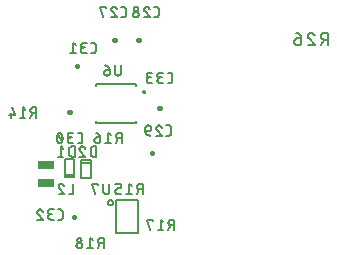
<source format=gbr>
G04 EAGLE Gerber RS-274X export*
G75*
%MOMM*%
%FSLAX34Y34*%
%LPD*%
%INSilkscreen Bottom*%
%IPPOS*%
%AMOC8*
5,1,8,0,0,1.08239X$1,22.5*%
G01*
%ADD10C,0.152400*%
%ADD11C,0.406400*%
%ADD12C,0.127000*%
%ADD13R,1.400000X0.650000*%
%ADD14C,0.203200*%


D10*
X363728Y338328D02*
X363728Y332091D01*
X363726Y331994D01*
X363720Y331898D01*
X363711Y331802D01*
X363697Y331706D01*
X363680Y331611D01*
X363658Y331517D01*
X363633Y331424D01*
X363605Y331331D01*
X363572Y331240D01*
X363536Y331151D01*
X363496Y331063D01*
X363453Y330976D01*
X363407Y330892D01*
X363357Y330809D01*
X363303Y330728D01*
X363247Y330650D01*
X363187Y330574D01*
X363125Y330500D01*
X363059Y330429D01*
X362991Y330361D01*
X362920Y330295D01*
X362846Y330233D01*
X362770Y330173D01*
X362692Y330117D01*
X362611Y330063D01*
X362529Y330013D01*
X362444Y329967D01*
X362357Y329924D01*
X362269Y329884D01*
X362180Y329848D01*
X362089Y329815D01*
X361996Y329787D01*
X361903Y329762D01*
X361809Y329740D01*
X361714Y329723D01*
X361618Y329709D01*
X361522Y329700D01*
X361426Y329694D01*
X361329Y329692D01*
X361232Y329694D01*
X361136Y329700D01*
X361040Y329709D01*
X360944Y329723D01*
X360849Y329740D01*
X360755Y329762D01*
X360662Y329787D01*
X360569Y329815D01*
X360478Y329848D01*
X360389Y329884D01*
X360301Y329924D01*
X360214Y329967D01*
X360130Y330013D01*
X360047Y330063D01*
X359966Y330117D01*
X359888Y330173D01*
X359812Y330233D01*
X359738Y330295D01*
X359667Y330361D01*
X359599Y330429D01*
X359533Y330500D01*
X359471Y330574D01*
X359411Y330650D01*
X359355Y330728D01*
X359301Y330809D01*
X359251Y330892D01*
X359205Y330976D01*
X359162Y331063D01*
X359122Y331151D01*
X359086Y331240D01*
X359053Y331331D01*
X359025Y331424D01*
X359000Y331517D01*
X358978Y331611D01*
X358961Y331706D01*
X358947Y331802D01*
X358938Y331898D01*
X358932Y331994D01*
X358930Y332091D01*
X358930Y338328D01*
X354279Y338328D02*
X354279Y337368D01*
X354279Y338328D02*
X349481Y338328D01*
X351880Y329692D01*
D11*
X399745Y364490D02*
X400355Y364490D01*
D10*
X412224Y379222D02*
X414143Y379222D01*
X414229Y379224D01*
X414315Y379230D01*
X414401Y379239D01*
X414486Y379253D01*
X414570Y379270D01*
X414654Y379291D01*
X414736Y379316D01*
X414817Y379344D01*
X414897Y379376D01*
X414976Y379412D01*
X415052Y379451D01*
X415127Y379494D01*
X415200Y379539D01*
X415271Y379589D01*
X415339Y379641D01*
X415406Y379696D01*
X415469Y379754D01*
X415530Y379815D01*
X415588Y379878D01*
X415643Y379945D01*
X415696Y380013D01*
X415745Y380084D01*
X415790Y380157D01*
X415833Y380232D01*
X415872Y380308D01*
X415908Y380387D01*
X415940Y380467D01*
X415968Y380548D01*
X415993Y380631D01*
X416014Y380714D01*
X416031Y380798D01*
X416045Y380883D01*
X416054Y380969D01*
X416060Y381055D01*
X416062Y381141D01*
X416062Y385939D01*
X416060Y386025D01*
X416054Y386111D01*
X416045Y386197D01*
X416031Y386282D01*
X416014Y386366D01*
X415993Y386450D01*
X415968Y386532D01*
X415940Y386613D01*
X415908Y386693D01*
X415872Y386772D01*
X415833Y386848D01*
X415790Y386923D01*
X415745Y386996D01*
X415696Y387067D01*
X415643Y387135D01*
X415588Y387202D01*
X415530Y387265D01*
X415469Y387326D01*
X415406Y387384D01*
X415340Y387439D01*
X415271Y387491D01*
X415200Y387541D01*
X415127Y387586D01*
X415052Y387629D01*
X414976Y387668D01*
X414897Y387704D01*
X414817Y387736D01*
X414736Y387764D01*
X414654Y387789D01*
X414570Y387810D01*
X414486Y387827D01*
X414401Y387841D01*
X414315Y387850D01*
X414229Y387856D01*
X414143Y387858D01*
X412224Y387858D01*
X405765Y387858D02*
X405673Y387856D01*
X405582Y387850D01*
X405491Y387841D01*
X405400Y387827D01*
X405310Y387810D01*
X405221Y387788D01*
X405133Y387763D01*
X405046Y387735D01*
X404960Y387702D01*
X404876Y387666D01*
X404793Y387627D01*
X404712Y387584D01*
X404633Y387537D01*
X404556Y387488D01*
X404481Y387435D01*
X404409Y387379D01*
X404339Y387320D01*
X404271Y387258D01*
X404206Y387193D01*
X404144Y387125D01*
X404085Y387055D01*
X404029Y386983D01*
X403976Y386908D01*
X403927Y386831D01*
X403880Y386752D01*
X403837Y386671D01*
X403798Y386588D01*
X403762Y386504D01*
X403729Y386418D01*
X403701Y386331D01*
X403676Y386243D01*
X403654Y386154D01*
X403637Y386064D01*
X403623Y385973D01*
X403614Y385882D01*
X403608Y385791D01*
X403606Y385699D01*
X405765Y387858D02*
X405868Y387856D01*
X405970Y387850D01*
X406072Y387841D01*
X406174Y387828D01*
X406275Y387811D01*
X406376Y387790D01*
X406475Y387766D01*
X406574Y387737D01*
X406671Y387706D01*
X406768Y387670D01*
X406863Y387632D01*
X406956Y387589D01*
X407048Y387543D01*
X407138Y387494D01*
X407226Y387442D01*
X407313Y387386D01*
X407397Y387327D01*
X407478Y387266D01*
X407558Y387201D01*
X407635Y387133D01*
X407710Y387062D01*
X407781Y386989D01*
X407850Y386913D01*
X407917Y386835D01*
X407980Y386754D01*
X408040Y386671D01*
X408097Y386586D01*
X408151Y386499D01*
X408202Y386409D01*
X408249Y386318D01*
X408293Y386226D01*
X408334Y386131D01*
X408371Y386036D01*
X408404Y385939D01*
X404326Y384020D02*
X404259Y384086D01*
X404195Y384155D01*
X404134Y384226D01*
X404076Y384300D01*
X404021Y384376D01*
X403969Y384454D01*
X403920Y384534D01*
X403874Y384616D01*
X403832Y384700D01*
X403793Y384786D01*
X403758Y384873D01*
X403727Y384961D01*
X403699Y385051D01*
X403674Y385141D01*
X403653Y385233D01*
X403636Y385325D01*
X403623Y385418D01*
X403614Y385511D01*
X403608Y385605D01*
X403606Y385699D01*
X404326Y384020D02*
X408404Y379222D01*
X403606Y379222D01*
X397341Y383060D02*
X394462Y383060D01*
X397341Y383060D02*
X397427Y383062D01*
X397513Y383068D01*
X397599Y383077D01*
X397684Y383091D01*
X397768Y383108D01*
X397852Y383129D01*
X397934Y383154D01*
X398015Y383182D01*
X398095Y383214D01*
X398174Y383250D01*
X398250Y383289D01*
X398325Y383332D01*
X398398Y383377D01*
X398469Y383427D01*
X398537Y383479D01*
X398604Y383534D01*
X398667Y383592D01*
X398728Y383653D01*
X398786Y383716D01*
X398841Y383783D01*
X398894Y383851D01*
X398943Y383922D01*
X398988Y383995D01*
X399031Y384070D01*
X399070Y384146D01*
X399106Y384225D01*
X399138Y384305D01*
X399166Y384386D01*
X399191Y384469D01*
X399212Y384552D01*
X399229Y384636D01*
X399243Y384721D01*
X399252Y384807D01*
X399258Y384893D01*
X399260Y384979D01*
X399260Y385459D01*
X399258Y385556D01*
X399252Y385652D01*
X399243Y385748D01*
X399229Y385844D01*
X399212Y385939D01*
X399190Y386033D01*
X399165Y386126D01*
X399137Y386219D01*
X399104Y386310D01*
X399068Y386399D01*
X399028Y386487D01*
X398985Y386574D01*
X398939Y386659D01*
X398889Y386741D01*
X398835Y386822D01*
X398779Y386900D01*
X398719Y386976D01*
X398657Y387050D01*
X398591Y387121D01*
X398523Y387189D01*
X398452Y387255D01*
X398378Y387317D01*
X398302Y387377D01*
X398224Y387433D01*
X398143Y387487D01*
X398061Y387537D01*
X397976Y387583D01*
X397889Y387626D01*
X397801Y387666D01*
X397712Y387702D01*
X397621Y387735D01*
X397528Y387763D01*
X397435Y387788D01*
X397341Y387810D01*
X397246Y387827D01*
X397150Y387841D01*
X397054Y387850D01*
X396958Y387856D01*
X396861Y387858D01*
X396764Y387856D01*
X396668Y387850D01*
X396572Y387841D01*
X396476Y387827D01*
X396381Y387810D01*
X396287Y387788D01*
X396194Y387763D01*
X396101Y387735D01*
X396010Y387702D01*
X395921Y387666D01*
X395833Y387626D01*
X395746Y387583D01*
X395662Y387537D01*
X395579Y387487D01*
X395498Y387433D01*
X395420Y387377D01*
X395344Y387317D01*
X395270Y387255D01*
X395199Y387189D01*
X395131Y387121D01*
X395065Y387050D01*
X395003Y386976D01*
X394943Y386900D01*
X394887Y386822D01*
X394833Y386741D01*
X394783Y386659D01*
X394737Y386574D01*
X394694Y386487D01*
X394654Y386399D01*
X394618Y386310D01*
X394585Y386219D01*
X394557Y386126D01*
X394532Y386033D01*
X394510Y385939D01*
X394493Y385844D01*
X394479Y385748D01*
X394470Y385652D01*
X394464Y385556D01*
X394462Y385459D01*
X394462Y383060D01*
X394464Y382937D01*
X394470Y382814D01*
X394480Y382691D01*
X394494Y382569D01*
X394511Y382447D01*
X394533Y382326D01*
X394558Y382206D01*
X394588Y382086D01*
X394621Y381968D01*
X394658Y381851D01*
X394698Y381734D01*
X394742Y381620D01*
X394790Y381506D01*
X394842Y381395D01*
X394897Y381285D01*
X394956Y381177D01*
X395018Y381070D01*
X395083Y380966D01*
X395152Y380864D01*
X395224Y380764D01*
X395299Y380667D01*
X395378Y380572D01*
X395459Y380480D01*
X395543Y380390D01*
X395630Y380303D01*
X395720Y380219D01*
X395812Y380138D01*
X395907Y380059D01*
X396004Y379984D01*
X396104Y379912D01*
X396206Y379843D01*
X396310Y379778D01*
X396417Y379716D01*
X396525Y379657D01*
X396635Y379602D01*
X396746Y379550D01*
X396860Y379502D01*
X396974Y379458D01*
X397091Y379418D01*
X397208Y379381D01*
X397326Y379348D01*
X397446Y379318D01*
X397566Y379293D01*
X397687Y379271D01*
X397809Y379254D01*
X397931Y379240D01*
X398054Y379230D01*
X398177Y379224D01*
X398300Y379222D01*
D11*
X388925Y459740D02*
X388315Y459740D01*
D10*
X401800Y479552D02*
X403719Y479552D01*
X403805Y479554D01*
X403891Y479560D01*
X403977Y479569D01*
X404062Y479583D01*
X404146Y479600D01*
X404230Y479621D01*
X404312Y479646D01*
X404393Y479674D01*
X404473Y479706D01*
X404552Y479742D01*
X404628Y479781D01*
X404703Y479824D01*
X404776Y479869D01*
X404847Y479919D01*
X404915Y479971D01*
X404982Y480026D01*
X405045Y480084D01*
X405106Y480145D01*
X405164Y480208D01*
X405219Y480275D01*
X405272Y480343D01*
X405321Y480414D01*
X405366Y480487D01*
X405409Y480562D01*
X405448Y480638D01*
X405484Y480717D01*
X405516Y480797D01*
X405544Y480878D01*
X405569Y480961D01*
X405590Y481044D01*
X405607Y481128D01*
X405621Y481213D01*
X405630Y481299D01*
X405636Y481385D01*
X405638Y481471D01*
X405638Y486269D01*
X405636Y486355D01*
X405630Y486441D01*
X405621Y486527D01*
X405607Y486612D01*
X405590Y486696D01*
X405569Y486780D01*
X405544Y486862D01*
X405516Y486943D01*
X405484Y487023D01*
X405448Y487102D01*
X405409Y487178D01*
X405366Y487253D01*
X405321Y487326D01*
X405272Y487397D01*
X405219Y487465D01*
X405164Y487532D01*
X405106Y487595D01*
X405045Y487656D01*
X404982Y487714D01*
X404916Y487769D01*
X404847Y487821D01*
X404776Y487871D01*
X404703Y487916D01*
X404628Y487959D01*
X404552Y487998D01*
X404473Y488034D01*
X404393Y488066D01*
X404312Y488094D01*
X404230Y488119D01*
X404146Y488140D01*
X404062Y488157D01*
X403977Y488171D01*
X403891Y488180D01*
X403805Y488186D01*
X403719Y488188D01*
X401800Y488188D01*
X395341Y488188D02*
X395249Y488186D01*
X395158Y488180D01*
X395067Y488171D01*
X394976Y488157D01*
X394886Y488140D01*
X394797Y488118D01*
X394709Y488093D01*
X394622Y488065D01*
X394536Y488032D01*
X394452Y487996D01*
X394369Y487957D01*
X394288Y487914D01*
X394209Y487867D01*
X394132Y487818D01*
X394057Y487765D01*
X393985Y487709D01*
X393915Y487650D01*
X393847Y487588D01*
X393782Y487523D01*
X393720Y487455D01*
X393661Y487385D01*
X393605Y487313D01*
X393552Y487238D01*
X393503Y487161D01*
X393456Y487082D01*
X393413Y487001D01*
X393374Y486918D01*
X393338Y486834D01*
X393305Y486748D01*
X393277Y486661D01*
X393252Y486573D01*
X393230Y486484D01*
X393213Y486394D01*
X393199Y486303D01*
X393190Y486212D01*
X393184Y486121D01*
X393182Y486029D01*
X395341Y488188D02*
X395444Y488186D01*
X395546Y488180D01*
X395648Y488171D01*
X395750Y488158D01*
X395851Y488141D01*
X395952Y488120D01*
X396051Y488096D01*
X396150Y488067D01*
X396247Y488036D01*
X396344Y488000D01*
X396439Y487962D01*
X396532Y487919D01*
X396624Y487873D01*
X396714Y487824D01*
X396802Y487772D01*
X396889Y487716D01*
X396973Y487657D01*
X397054Y487596D01*
X397134Y487531D01*
X397211Y487463D01*
X397286Y487392D01*
X397357Y487319D01*
X397426Y487243D01*
X397493Y487165D01*
X397556Y487084D01*
X397616Y487001D01*
X397673Y486916D01*
X397727Y486829D01*
X397778Y486739D01*
X397825Y486648D01*
X397869Y486556D01*
X397910Y486461D01*
X397947Y486366D01*
X397980Y486269D01*
X393902Y484350D02*
X393835Y484416D01*
X393771Y484485D01*
X393710Y484556D01*
X393652Y484630D01*
X393597Y484706D01*
X393545Y484784D01*
X393496Y484864D01*
X393450Y484946D01*
X393408Y485030D01*
X393369Y485116D01*
X393334Y485203D01*
X393303Y485291D01*
X393275Y485381D01*
X393250Y485471D01*
X393229Y485563D01*
X393212Y485655D01*
X393199Y485748D01*
X393190Y485841D01*
X393184Y485935D01*
X393182Y486029D01*
X393902Y484350D02*
X397980Y479552D01*
X393182Y479552D01*
X388836Y481951D02*
X388834Y482048D01*
X388828Y482144D01*
X388819Y482240D01*
X388805Y482336D01*
X388788Y482431D01*
X388766Y482525D01*
X388741Y482618D01*
X388713Y482711D01*
X388680Y482802D01*
X388644Y482891D01*
X388604Y482979D01*
X388561Y483066D01*
X388515Y483151D01*
X388465Y483233D01*
X388411Y483314D01*
X388355Y483392D01*
X388295Y483468D01*
X388233Y483542D01*
X388167Y483613D01*
X388099Y483681D01*
X388028Y483747D01*
X387954Y483809D01*
X387878Y483869D01*
X387800Y483925D01*
X387719Y483979D01*
X387637Y484029D01*
X387552Y484075D01*
X387465Y484118D01*
X387377Y484158D01*
X387288Y484194D01*
X387197Y484227D01*
X387104Y484255D01*
X387011Y484280D01*
X386917Y484302D01*
X386822Y484319D01*
X386726Y484333D01*
X386630Y484342D01*
X386534Y484348D01*
X386437Y484350D01*
X386340Y484348D01*
X386244Y484342D01*
X386148Y484333D01*
X386052Y484319D01*
X385957Y484302D01*
X385863Y484280D01*
X385770Y484255D01*
X385677Y484227D01*
X385586Y484194D01*
X385497Y484158D01*
X385409Y484118D01*
X385322Y484075D01*
X385238Y484029D01*
X385155Y483979D01*
X385074Y483925D01*
X384996Y483869D01*
X384920Y483809D01*
X384846Y483747D01*
X384775Y483681D01*
X384707Y483613D01*
X384641Y483542D01*
X384579Y483468D01*
X384519Y483392D01*
X384463Y483314D01*
X384409Y483233D01*
X384359Y483151D01*
X384313Y483066D01*
X384270Y482979D01*
X384230Y482891D01*
X384194Y482802D01*
X384161Y482711D01*
X384133Y482618D01*
X384108Y482525D01*
X384086Y482431D01*
X384069Y482336D01*
X384055Y482240D01*
X384046Y482144D01*
X384040Y482048D01*
X384038Y481951D01*
X384040Y481854D01*
X384046Y481758D01*
X384055Y481662D01*
X384069Y481566D01*
X384086Y481471D01*
X384108Y481377D01*
X384133Y481284D01*
X384161Y481191D01*
X384194Y481100D01*
X384230Y481011D01*
X384270Y480923D01*
X384313Y480836D01*
X384359Y480752D01*
X384409Y480669D01*
X384463Y480588D01*
X384519Y480510D01*
X384579Y480434D01*
X384641Y480360D01*
X384707Y480289D01*
X384775Y480221D01*
X384846Y480155D01*
X384920Y480093D01*
X384996Y480033D01*
X385074Y479977D01*
X385155Y479923D01*
X385238Y479873D01*
X385322Y479827D01*
X385409Y479784D01*
X385497Y479744D01*
X385586Y479708D01*
X385677Y479675D01*
X385770Y479647D01*
X385863Y479622D01*
X385957Y479600D01*
X386052Y479583D01*
X386148Y479569D01*
X386244Y479560D01*
X386340Y479554D01*
X386437Y479552D01*
X386534Y479554D01*
X386630Y479560D01*
X386726Y479569D01*
X386822Y479583D01*
X386917Y479600D01*
X387011Y479622D01*
X387104Y479647D01*
X387197Y479675D01*
X387288Y479708D01*
X387377Y479744D01*
X387465Y479784D01*
X387552Y479827D01*
X387637Y479873D01*
X387719Y479923D01*
X387800Y479977D01*
X387878Y480033D01*
X387954Y480093D01*
X388028Y480155D01*
X388099Y480221D01*
X388167Y480289D01*
X388233Y480360D01*
X388295Y480434D01*
X388355Y480510D01*
X388411Y480588D01*
X388465Y480669D01*
X388515Y480752D01*
X388561Y480836D01*
X388604Y480923D01*
X388644Y481011D01*
X388680Y481100D01*
X388713Y481191D01*
X388741Y481284D01*
X388766Y481377D01*
X388788Y481471D01*
X388805Y481566D01*
X388819Y481662D01*
X388828Y481758D01*
X388834Y481854D01*
X388836Y481951D01*
X388356Y486269D02*
X388354Y486355D01*
X388348Y486441D01*
X388339Y486527D01*
X388325Y486612D01*
X388308Y486696D01*
X388287Y486780D01*
X388262Y486862D01*
X388234Y486943D01*
X388202Y487023D01*
X388166Y487102D01*
X388127Y487178D01*
X388084Y487253D01*
X388039Y487326D01*
X387990Y487397D01*
X387937Y487465D01*
X387882Y487532D01*
X387824Y487595D01*
X387763Y487656D01*
X387700Y487714D01*
X387633Y487769D01*
X387565Y487822D01*
X387494Y487871D01*
X387421Y487916D01*
X387346Y487959D01*
X387270Y487998D01*
X387191Y488034D01*
X387111Y488066D01*
X387030Y488094D01*
X386948Y488119D01*
X386864Y488140D01*
X386780Y488157D01*
X386695Y488171D01*
X386609Y488180D01*
X386523Y488186D01*
X386437Y488188D01*
X386351Y488186D01*
X386265Y488180D01*
X386179Y488171D01*
X386094Y488157D01*
X386010Y488140D01*
X385926Y488119D01*
X385844Y488094D01*
X385763Y488066D01*
X385683Y488034D01*
X385604Y487998D01*
X385528Y487959D01*
X385453Y487916D01*
X385380Y487871D01*
X385309Y487822D01*
X385241Y487769D01*
X385174Y487714D01*
X385111Y487656D01*
X385050Y487595D01*
X384992Y487532D01*
X384937Y487465D01*
X384884Y487397D01*
X384835Y487326D01*
X384790Y487253D01*
X384747Y487178D01*
X384708Y487102D01*
X384672Y487023D01*
X384640Y486943D01*
X384612Y486862D01*
X384587Y486780D01*
X384566Y486696D01*
X384549Y486612D01*
X384535Y486527D01*
X384526Y486441D01*
X384520Y486355D01*
X384518Y486269D01*
X384520Y486183D01*
X384526Y486097D01*
X384535Y486011D01*
X384549Y485926D01*
X384566Y485842D01*
X384587Y485758D01*
X384612Y485676D01*
X384640Y485595D01*
X384672Y485515D01*
X384708Y485436D01*
X384747Y485360D01*
X384790Y485285D01*
X384835Y485212D01*
X384884Y485141D01*
X384937Y485073D01*
X384992Y485006D01*
X385050Y484943D01*
X385111Y484882D01*
X385174Y484824D01*
X385241Y484769D01*
X385309Y484716D01*
X385380Y484667D01*
X385453Y484622D01*
X385528Y484579D01*
X385604Y484540D01*
X385683Y484504D01*
X385763Y484472D01*
X385844Y484444D01*
X385926Y484419D01*
X386010Y484398D01*
X386094Y484381D01*
X386179Y484367D01*
X386265Y484358D01*
X386351Y484352D01*
X386437Y484350D01*
X386523Y484352D01*
X386609Y484358D01*
X386695Y484367D01*
X386780Y484381D01*
X386864Y484398D01*
X386948Y484419D01*
X387030Y484444D01*
X387111Y484472D01*
X387191Y484504D01*
X387270Y484540D01*
X387346Y484579D01*
X387421Y484622D01*
X387494Y484667D01*
X387565Y484716D01*
X387633Y484769D01*
X387700Y484824D01*
X387763Y484882D01*
X387824Y484943D01*
X387882Y485006D01*
X387937Y485073D01*
X387990Y485141D01*
X388039Y485212D01*
X388084Y485285D01*
X388127Y485360D01*
X388166Y485436D01*
X388202Y485515D01*
X388234Y485595D01*
X388262Y485676D01*
X388287Y485758D01*
X388308Y485842D01*
X388325Y485926D01*
X388339Y486011D01*
X388348Y486097D01*
X388354Y486183D01*
X388356Y486269D01*
D11*
X368605Y459740D02*
X367995Y459740D01*
D10*
X374124Y479552D02*
X376043Y479552D01*
X376129Y479554D01*
X376215Y479560D01*
X376301Y479569D01*
X376386Y479583D01*
X376470Y479600D01*
X376554Y479621D01*
X376636Y479646D01*
X376717Y479674D01*
X376797Y479706D01*
X376876Y479742D01*
X376952Y479781D01*
X377027Y479824D01*
X377100Y479869D01*
X377171Y479919D01*
X377239Y479971D01*
X377306Y480026D01*
X377369Y480084D01*
X377430Y480145D01*
X377488Y480208D01*
X377543Y480275D01*
X377596Y480343D01*
X377645Y480414D01*
X377690Y480487D01*
X377733Y480562D01*
X377772Y480638D01*
X377808Y480717D01*
X377840Y480797D01*
X377868Y480878D01*
X377893Y480961D01*
X377914Y481044D01*
X377931Y481128D01*
X377945Y481213D01*
X377954Y481299D01*
X377960Y481385D01*
X377962Y481471D01*
X377962Y486269D01*
X377960Y486355D01*
X377954Y486441D01*
X377945Y486527D01*
X377931Y486612D01*
X377914Y486696D01*
X377893Y486780D01*
X377868Y486862D01*
X377840Y486943D01*
X377808Y487023D01*
X377772Y487102D01*
X377733Y487178D01*
X377690Y487253D01*
X377645Y487326D01*
X377596Y487397D01*
X377543Y487465D01*
X377488Y487532D01*
X377430Y487595D01*
X377369Y487656D01*
X377306Y487714D01*
X377240Y487769D01*
X377171Y487821D01*
X377100Y487871D01*
X377027Y487916D01*
X376952Y487959D01*
X376876Y487998D01*
X376797Y488034D01*
X376717Y488066D01*
X376636Y488094D01*
X376554Y488119D01*
X376470Y488140D01*
X376386Y488157D01*
X376301Y488171D01*
X376215Y488180D01*
X376129Y488186D01*
X376043Y488188D01*
X374124Y488188D01*
X367665Y488188D02*
X367573Y488186D01*
X367482Y488180D01*
X367391Y488171D01*
X367300Y488157D01*
X367210Y488140D01*
X367121Y488118D01*
X367033Y488093D01*
X366946Y488065D01*
X366860Y488032D01*
X366776Y487996D01*
X366693Y487957D01*
X366612Y487914D01*
X366533Y487867D01*
X366456Y487818D01*
X366381Y487765D01*
X366309Y487709D01*
X366239Y487650D01*
X366171Y487588D01*
X366106Y487523D01*
X366044Y487455D01*
X365985Y487385D01*
X365929Y487313D01*
X365876Y487238D01*
X365827Y487161D01*
X365780Y487082D01*
X365737Y487001D01*
X365698Y486918D01*
X365662Y486834D01*
X365629Y486748D01*
X365601Y486661D01*
X365576Y486573D01*
X365554Y486484D01*
X365537Y486394D01*
X365523Y486303D01*
X365514Y486212D01*
X365508Y486121D01*
X365506Y486029D01*
X367665Y488188D02*
X367768Y488186D01*
X367870Y488180D01*
X367972Y488171D01*
X368074Y488158D01*
X368175Y488141D01*
X368276Y488120D01*
X368375Y488096D01*
X368474Y488067D01*
X368571Y488036D01*
X368668Y488000D01*
X368763Y487962D01*
X368856Y487919D01*
X368948Y487873D01*
X369038Y487824D01*
X369126Y487772D01*
X369213Y487716D01*
X369297Y487657D01*
X369378Y487596D01*
X369458Y487531D01*
X369535Y487463D01*
X369610Y487392D01*
X369681Y487319D01*
X369750Y487243D01*
X369817Y487165D01*
X369880Y487084D01*
X369940Y487001D01*
X369997Y486916D01*
X370051Y486829D01*
X370102Y486739D01*
X370149Y486648D01*
X370193Y486556D01*
X370234Y486461D01*
X370271Y486366D01*
X370304Y486269D01*
X366226Y484350D02*
X366159Y484416D01*
X366095Y484485D01*
X366034Y484556D01*
X365976Y484630D01*
X365921Y484706D01*
X365869Y484784D01*
X365820Y484864D01*
X365774Y484946D01*
X365732Y485030D01*
X365693Y485116D01*
X365658Y485203D01*
X365627Y485291D01*
X365599Y485381D01*
X365574Y485471D01*
X365553Y485563D01*
X365536Y485655D01*
X365523Y485748D01*
X365514Y485841D01*
X365508Y485935D01*
X365506Y486029D01*
X366226Y484350D02*
X370304Y479552D01*
X365506Y479552D01*
X361160Y487228D02*
X361160Y488188D01*
X356362Y488188D01*
X358761Y479552D01*
X352806Y389636D02*
X386334Y389636D01*
X352806Y389636D02*
X352806Y391922D01*
X352806Y423164D02*
X386334Y423164D01*
X386334Y420878D01*
X386334Y391922D02*
X386334Y389636D01*
X352806Y420878D02*
X352806Y423164D01*
X392684Y416306D02*
X392686Y416252D01*
X392692Y416198D01*
X392701Y416144D01*
X392715Y416091D01*
X392732Y416040D01*
X392753Y415989D01*
X392777Y415941D01*
X392805Y415894D01*
X392836Y415849D01*
X392870Y415807D01*
X392907Y415767D01*
X392947Y415730D01*
X392989Y415696D01*
X393034Y415665D01*
X393081Y415637D01*
X393129Y415613D01*
X393180Y415592D01*
X393231Y415575D01*
X393284Y415561D01*
X393338Y415552D01*
X393392Y415546D01*
X393446Y415544D01*
X393500Y415546D01*
X393554Y415552D01*
X393608Y415561D01*
X393661Y415575D01*
X393712Y415592D01*
X393763Y415613D01*
X393811Y415637D01*
X393858Y415665D01*
X393903Y415696D01*
X393945Y415730D01*
X393985Y415767D01*
X394022Y415807D01*
X394056Y415849D01*
X394087Y415894D01*
X394115Y415941D01*
X394139Y415989D01*
X394160Y416040D01*
X394177Y416091D01*
X394191Y416144D01*
X394200Y416198D01*
X394206Y416252D01*
X394208Y416306D01*
X394206Y416360D01*
X394200Y416414D01*
X394191Y416468D01*
X394177Y416521D01*
X394160Y416572D01*
X394139Y416623D01*
X394115Y416671D01*
X394087Y416718D01*
X394056Y416763D01*
X394022Y416805D01*
X393985Y416845D01*
X393945Y416882D01*
X393903Y416916D01*
X393858Y416947D01*
X393811Y416975D01*
X393763Y416999D01*
X393712Y417020D01*
X393661Y417037D01*
X393608Y417051D01*
X393554Y417060D01*
X393500Y417066D01*
X393446Y417068D01*
X393392Y417066D01*
X393338Y417060D01*
X393284Y417051D01*
X393231Y417037D01*
X393180Y417020D01*
X393129Y416999D01*
X393081Y416975D01*
X393034Y416947D01*
X392989Y416916D01*
X392947Y416882D01*
X392907Y416845D01*
X392870Y416805D01*
X392836Y416763D01*
X392805Y416718D01*
X392777Y416671D01*
X392753Y416623D01*
X392732Y416572D01*
X392715Y416521D01*
X392701Y416468D01*
X392692Y416414D01*
X392686Y416360D01*
X392684Y416306D01*
X373634Y432421D02*
X373634Y438658D01*
X373634Y432421D02*
X373632Y432324D01*
X373626Y432228D01*
X373617Y432132D01*
X373603Y432036D01*
X373586Y431941D01*
X373564Y431847D01*
X373539Y431754D01*
X373511Y431661D01*
X373478Y431570D01*
X373442Y431481D01*
X373402Y431393D01*
X373359Y431306D01*
X373313Y431222D01*
X373263Y431139D01*
X373209Y431058D01*
X373153Y430980D01*
X373093Y430904D01*
X373031Y430830D01*
X372965Y430759D01*
X372897Y430691D01*
X372826Y430625D01*
X372752Y430563D01*
X372676Y430503D01*
X372598Y430447D01*
X372517Y430393D01*
X372435Y430343D01*
X372350Y430297D01*
X372263Y430254D01*
X372175Y430214D01*
X372086Y430178D01*
X371995Y430145D01*
X371902Y430117D01*
X371809Y430092D01*
X371715Y430070D01*
X371620Y430053D01*
X371524Y430039D01*
X371428Y430030D01*
X371332Y430024D01*
X371235Y430022D01*
X371138Y430024D01*
X371042Y430030D01*
X370946Y430039D01*
X370850Y430053D01*
X370755Y430070D01*
X370661Y430092D01*
X370568Y430117D01*
X370475Y430145D01*
X370384Y430178D01*
X370295Y430214D01*
X370207Y430254D01*
X370120Y430297D01*
X370036Y430343D01*
X369953Y430393D01*
X369872Y430447D01*
X369794Y430503D01*
X369718Y430563D01*
X369644Y430625D01*
X369573Y430691D01*
X369505Y430759D01*
X369439Y430830D01*
X369377Y430904D01*
X369317Y430980D01*
X369261Y431058D01*
X369207Y431139D01*
X369157Y431222D01*
X369111Y431306D01*
X369068Y431393D01*
X369028Y431481D01*
X368992Y431570D01*
X368959Y431661D01*
X368931Y431754D01*
X368906Y431847D01*
X368884Y431941D01*
X368867Y432036D01*
X368853Y432132D01*
X368844Y432228D01*
X368838Y432324D01*
X368836Y432421D01*
X368836Y438658D01*
X364185Y434820D02*
X361307Y434820D01*
X361221Y434818D01*
X361135Y434812D01*
X361049Y434803D01*
X360964Y434789D01*
X360880Y434772D01*
X360796Y434751D01*
X360714Y434726D01*
X360633Y434698D01*
X360553Y434666D01*
X360474Y434630D01*
X360398Y434591D01*
X360323Y434548D01*
X360250Y434503D01*
X360179Y434454D01*
X360111Y434401D01*
X360044Y434346D01*
X359981Y434288D01*
X359920Y434227D01*
X359862Y434164D01*
X359807Y434097D01*
X359755Y434029D01*
X359705Y433958D01*
X359660Y433885D01*
X359617Y433810D01*
X359578Y433734D01*
X359542Y433655D01*
X359510Y433575D01*
X359482Y433494D01*
X359457Y433412D01*
X359436Y433328D01*
X359419Y433244D01*
X359405Y433159D01*
X359396Y433073D01*
X359390Y432987D01*
X359388Y432901D01*
X359387Y432901D02*
X359387Y432421D01*
X359389Y432324D01*
X359395Y432228D01*
X359404Y432132D01*
X359418Y432036D01*
X359435Y431941D01*
X359457Y431847D01*
X359482Y431754D01*
X359510Y431661D01*
X359543Y431570D01*
X359579Y431481D01*
X359619Y431393D01*
X359662Y431306D01*
X359708Y431222D01*
X359758Y431139D01*
X359812Y431058D01*
X359868Y430980D01*
X359928Y430904D01*
X359990Y430830D01*
X360056Y430759D01*
X360124Y430691D01*
X360195Y430625D01*
X360269Y430563D01*
X360345Y430503D01*
X360423Y430447D01*
X360504Y430393D01*
X360587Y430343D01*
X360671Y430297D01*
X360758Y430254D01*
X360846Y430214D01*
X360935Y430178D01*
X361026Y430145D01*
X361119Y430117D01*
X361212Y430092D01*
X361306Y430070D01*
X361401Y430053D01*
X361497Y430039D01*
X361593Y430030D01*
X361689Y430024D01*
X361786Y430022D01*
X361883Y430024D01*
X361979Y430030D01*
X362075Y430039D01*
X362171Y430053D01*
X362266Y430070D01*
X362360Y430092D01*
X362453Y430117D01*
X362546Y430145D01*
X362637Y430178D01*
X362726Y430214D01*
X362814Y430254D01*
X362901Y430297D01*
X362986Y430343D01*
X363068Y430393D01*
X363149Y430447D01*
X363227Y430503D01*
X363303Y430563D01*
X363377Y430625D01*
X363448Y430691D01*
X363516Y430759D01*
X363582Y430830D01*
X363644Y430904D01*
X363704Y430980D01*
X363760Y431058D01*
X363814Y431139D01*
X363864Y431222D01*
X363910Y431306D01*
X363953Y431393D01*
X363993Y431481D01*
X364029Y431570D01*
X364062Y431661D01*
X364090Y431754D01*
X364115Y431847D01*
X364137Y431941D01*
X364154Y432036D01*
X364168Y432132D01*
X364177Y432228D01*
X364183Y432324D01*
X364185Y432421D01*
X364185Y434820D01*
X364183Y434943D01*
X364177Y435066D01*
X364167Y435189D01*
X364153Y435311D01*
X364136Y435433D01*
X364114Y435554D01*
X364089Y435674D01*
X364059Y435794D01*
X364026Y435912D01*
X363989Y436029D01*
X363949Y436145D01*
X363905Y436260D01*
X363857Y436374D01*
X363805Y436485D01*
X363750Y436595D01*
X363691Y436703D01*
X363629Y436810D01*
X363564Y436914D01*
X363495Y437016D01*
X363423Y437116D01*
X363348Y437213D01*
X363269Y437308D01*
X363188Y437400D01*
X363104Y437490D01*
X363017Y437577D01*
X362927Y437661D01*
X362835Y437742D01*
X362740Y437821D01*
X362643Y437896D01*
X362543Y437968D01*
X362441Y438037D01*
X362337Y438102D01*
X362230Y438164D01*
X362122Y438223D01*
X362012Y438278D01*
X361901Y438329D01*
X361787Y438377D01*
X361673Y438422D01*
X361556Y438462D01*
X361439Y438499D01*
X361321Y438532D01*
X361201Y438562D01*
X361081Y438587D01*
X360960Y438609D01*
X360838Y438626D01*
X360716Y438640D01*
X360593Y438650D01*
X360470Y438656D01*
X360347Y438658D01*
D12*
X369610Y325040D02*
X388110Y325040D01*
X369610Y325040D02*
X369610Y296540D01*
X388110Y296540D01*
X388110Y325040D01*
X362989Y322540D02*
X362991Y322632D01*
X362997Y322724D01*
X363007Y322815D01*
X363021Y322906D01*
X363039Y322996D01*
X363060Y323085D01*
X363086Y323174D01*
X363115Y323261D01*
X363148Y323346D01*
X363185Y323431D01*
X363225Y323513D01*
X363269Y323594D01*
X363317Y323673D01*
X363367Y323749D01*
X363421Y323824D01*
X363479Y323896D01*
X363539Y323965D01*
X363602Y324032D01*
X363668Y324096D01*
X363737Y324157D01*
X363808Y324215D01*
X363882Y324269D01*
X363958Y324321D01*
X364036Y324369D01*
X364117Y324414D01*
X364199Y324455D01*
X364282Y324493D01*
X364368Y324527D01*
X364455Y324557D01*
X364543Y324584D01*
X364632Y324606D01*
X364722Y324625D01*
X364812Y324640D01*
X364904Y324651D01*
X364995Y324658D01*
X365087Y324661D01*
X365179Y324660D01*
X365271Y324655D01*
X365362Y324646D01*
X365453Y324633D01*
X365543Y324616D01*
X365633Y324596D01*
X365722Y324571D01*
X365809Y324543D01*
X365895Y324510D01*
X365980Y324475D01*
X366063Y324435D01*
X366144Y324392D01*
X366223Y324345D01*
X366300Y324296D01*
X366375Y324242D01*
X366448Y324186D01*
X366518Y324126D01*
X366585Y324064D01*
X366650Y323999D01*
X366712Y323931D01*
X366770Y323860D01*
X366826Y323787D01*
X366878Y323711D01*
X366927Y323633D01*
X366973Y323554D01*
X367015Y323472D01*
X367054Y323389D01*
X367089Y323304D01*
X367120Y323217D01*
X367147Y323130D01*
X367171Y323041D01*
X367191Y322951D01*
X367207Y322860D01*
X367219Y322769D01*
X367227Y322678D01*
X367231Y322586D01*
X367231Y322494D01*
X367227Y322402D01*
X367219Y322311D01*
X367207Y322220D01*
X367191Y322129D01*
X367171Y322039D01*
X367147Y321950D01*
X367120Y321863D01*
X367089Y321776D01*
X367054Y321691D01*
X367015Y321608D01*
X366973Y321526D01*
X366927Y321447D01*
X366878Y321369D01*
X366826Y321293D01*
X366770Y321220D01*
X366712Y321149D01*
X366650Y321081D01*
X366585Y321016D01*
X366518Y320954D01*
X366448Y320894D01*
X366375Y320838D01*
X366300Y320784D01*
X366223Y320735D01*
X366144Y320688D01*
X366063Y320645D01*
X365980Y320605D01*
X365895Y320570D01*
X365809Y320537D01*
X365722Y320509D01*
X365633Y320484D01*
X365543Y320464D01*
X365453Y320447D01*
X365362Y320434D01*
X365271Y320425D01*
X365179Y320420D01*
X365087Y320419D01*
X364995Y320422D01*
X364904Y320429D01*
X364812Y320440D01*
X364722Y320455D01*
X364632Y320474D01*
X364543Y320496D01*
X364455Y320523D01*
X364368Y320553D01*
X364282Y320587D01*
X364199Y320625D01*
X364117Y320666D01*
X364036Y320711D01*
X363958Y320759D01*
X363882Y320811D01*
X363808Y320865D01*
X363737Y320923D01*
X363668Y320984D01*
X363602Y321048D01*
X363539Y321115D01*
X363479Y321184D01*
X363421Y321256D01*
X363367Y321331D01*
X363317Y321407D01*
X363269Y321486D01*
X363225Y321567D01*
X363185Y321649D01*
X363148Y321734D01*
X363115Y321819D01*
X363086Y321906D01*
X363060Y321995D01*
X363039Y322084D01*
X363021Y322174D01*
X363007Y322265D01*
X362997Y322356D01*
X362991Y322448D01*
X362989Y322540D01*
D10*
X392063Y329692D02*
X392063Y338328D01*
X389664Y338328D01*
X389567Y338326D01*
X389471Y338320D01*
X389375Y338311D01*
X389279Y338297D01*
X389184Y338280D01*
X389090Y338258D01*
X388997Y338233D01*
X388904Y338205D01*
X388813Y338172D01*
X388724Y338136D01*
X388636Y338096D01*
X388549Y338053D01*
X388465Y338007D01*
X388382Y337957D01*
X388301Y337903D01*
X388223Y337847D01*
X388147Y337787D01*
X388073Y337725D01*
X388002Y337659D01*
X387934Y337591D01*
X387868Y337520D01*
X387806Y337446D01*
X387746Y337370D01*
X387690Y337292D01*
X387636Y337211D01*
X387586Y337129D01*
X387540Y337044D01*
X387497Y336957D01*
X387457Y336869D01*
X387421Y336780D01*
X387388Y336689D01*
X387360Y336596D01*
X387335Y336503D01*
X387313Y336409D01*
X387296Y336314D01*
X387282Y336218D01*
X387273Y336122D01*
X387267Y336026D01*
X387265Y335929D01*
X387267Y335832D01*
X387273Y335736D01*
X387282Y335640D01*
X387296Y335544D01*
X387313Y335449D01*
X387335Y335355D01*
X387360Y335262D01*
X387388Y335169D01*
X387421Y335078D01*
X387457Y334989D01*
X387497Y334901D01*
X387540Y334814D01*
X387586Y334730D01*
X387636Y334647D01*
X387690Y334566D01*
X387746Y334488D01*
X387806Y334412D01*
X387868Y334338D01*
X387934Y334267D01*
X388002Y334199D01*
X388073Y334133D01*
X388147Y334071D01*
X388223Y334011D01*
X388301Y333955D01*
X388382Y333901D01*
X388465Y333851D01*
X388549Y333805D01*
X388636Y333762D01*
X388724Y333722D01*
X388813Y333686D01*
X388904Y333653D01*
X388997Y333625D01*
X389090Y333600D01*
X389184Y333578D01*
X389279Y333561D01*
X389375Y333547D01*
X389471Y333538D01*
X389567Y333532D01*
X389664Y333530D01*
X392063Y333530D01*
X389184Y333530D02*
X387265Y329692D01*
X383004Y336409D02*
X380605Y338328D01*
X380605Y329692D01*
X383004Y329692D02*
X378206Y329692D01*
X373860Y329692D02*
X370981Y329692D01*
X370895Y329694D01*
X370809Y329700D01*
X370723Y329709D01*
X370638Y329723D01*
X370554Y329740D01*
X370470Y329761D01*
X370388Y329786D01*
X370307Y329814D01*
X370227Y329846D01*
X370148Y329882D01*
X370072Y329921D01*
X369997Y329964D01*
X369924Y330009D01*
X369853Y330058D01*
X369785Y330111D01*
X369718Y330166D01*
X369655Y330224D01*
X369594Y330285D01*
X369536Y330348D01*
X369481Y330415D01*
X369428Y330483D01*
X369379Y330554D01*
X369334Y330627D01*
X369291Y330702D01*
X369252Y330778D01*
X369216Y330857D01*
X369184Y330937D01*
X369156Y331018D01*
X369131Y331100D01*
X369110Y331184D01*
X369093Y331268D01*
X369079Y331353D01*
X369070Y331439D01*
X369064Y331525D01*
X369062Y331611D01*
X369062Y332571D01*
X369064Y332657D01*
X369070Y332743D01*
X369079Y332829D01*
X369093Y332914D01*
X369110Y332998D01*
X369131Y333082D01*
X369156Y333164D01*
X369184Y333245D01*
X369216Y333325D01*
X369252Y333404D01*
X369291Y333480D01*
X369334Y333555D01*
X369379Y333628D01*
X369429Y333699D01*
X369481Y333767D01*
X369536Y333834D01*
X369594Y333897D01*
X369655Y333958D01*
X369718Y334016D01*
X369785Y334071D01*
X369853Y334124D01*
X369924Y334173D01*
X369997Y334218D01*
X370072Y334261D01*
X370148Y334300D01*
X370227Y334336D01*
X370307Y334368D01*
X370388Y334396D01*
X370471Y334421D01*
X370554Y334442D01*
X370638Y334459D01*
X370723Y334473D01*
X370809Y334482D01*
X370895Y334488D01*
X370981Y334490D01*
X373860Y334490D01*
X373860Y338328D01*
X369062Y338328D01*
X374283Y372872D02*
X374283Y381508D01*
X371884Y381508D01*
X371787Y381506D01*
X371691Y381500D01*
X371595Y381491D01*
X371499Y381477D01*
X371404Y381460D01*
X371310Y381438D01*
X371217Y381413D01*
X371124Y381385D01*
X371033Y381352D01*
X370944Y381316D01*
X370856Y381276D01*
X370769Y381233D01*
X370685Y381187D01*
X370602Y381137D01*
X370521Y381083D01*
X370443Y381027D01*
X370367Y380967D01*
X370293Y380905D01*
X370222Y380839D01*
X370154Y380771D01*
X370088Y380700D01*
X370026Y380626D01*
X369966Y380550D01*
X369910Y380472D01*
X369856Y380391D01*
X369806Y380309D01*
X369760Y380224D01*
X369717Y380137D01*
X369677Y380049D01*
X369641Y379960D01*
X369608Y379869D01*
X369580Y379776D01*
X369555Y379683D01*
X369533Y379589D01*
X369516Y379494D01*
X369502Y379398D01*
X369493Y379302D01*
X369487Y379206D01*
X369485Y379109D01*
X369487Y379012D01*
X369493Y378916D01*
X369502Y378820D01*
X369516Y378724D01*
X369533Y378629D01*
X369555Y378535D01*
X369580Y378442D01*
X369608Y378349D01*
X369641Y378258D01*
X369677Y378169D01*
X369717Y378081D01*
X369760Y377994D01*
X369806Y377910D01*
X369856Y377827D01*
X369910Y377746D01*
X369966Y377668D01*
X370026Y377592D01*
X370088Y377518D01*
X370154Y377447D01*
X370222Y377379D01*
X370293Y377313D01*
X370367Y377251D01*
X370443Y377191D01*
X370521Y377135D01*
X370602Y377081D01*
X370685Y377031D01*
X370769Y376985D01*
X370856Y376942D01*
X370944Y376902D01*
X371033Y376866D01*
X371124Y376833D01*
X371217Y376805D01*
X371310Y376780D01*
X371404Y376758D01*
X371499Y376741D01*
X371595Y376727D01*
X371691Y376718D01*
X371787Y376712D01*
X371884Y376710D01*
X374283Y376710D01*
X371404Y376710D02*
X369485Y372872D01*
X365224Y379589D02*
X362825Y381508D01*
X362825Y372872D01*
X365224Y372872D02*
X360426Y372872D01*
X356080Y377670D02*
X353201Y377670D01*
X353115Y377668D01*
X353029Y377662D01*
X352943Y377653D01*
X352858Y377639D01*
X352774Y377622D01*
X352690Y377601D01*
X352608Y377576D01*
X352527Y377548D01*
X352447Y377516D01*
X352368Y377480D01*
X352292Y377441D01*
X352217Y377398D01*
X352144Y377353D01*
X352073Y377304D01*
X352005Y377251D01*
X351938Y377196D01*
X351875Y377138D01*
X351814Y377077D01*
X351756Y377014D01*
X351701Y376947D01*
X351649Y376879D01*
X351599Y376808D01*
X351554Y376735D01*
X351511Y376660D01*
X351472Y376584D01*
X351436Y376505D01*
X351404Y376425D01*
X351376Y376344D01*
X351351Y376262D01*
X351330Y376178D01*
X351313Y376094D01*
X351299Y376009D01*
X351290Y375923D01*
X351284Y375837D01*
X351282Y375751D01*
X351282Y375271D01*
X351284Y375174D01*
X351290Y375078D01*
X351299Y374982D01*
X351313Y374886D01*
X351330Y374791D01*
X351352Y374697D01*
X351377Y374604D01*
X351405Y374511D01*
X351438Y374420D01*
X351474Y374331D01*
X351514Y374243D01*
X351557Y374156D01*
X351603Y374072D01*
X351653Y373989D01*
X351707Y373908D01*
X351763Y373830D01*
X351823Y373754D01*
X351885Y373680D01*
X351951Y373609D01*
X352019Y373541D01*
X352090Y373475D01*
X352164Y373413D01*
X352240Y373353D01*
X352318Y373297D01*
X352399Y373243D01*
X352482Y373193D01*
X352566Y373147D01*
X352653Y373104D01*
X352741Y373064D01*
X352830Y373028D01*
X352921Y372995D01*
X353014Y372967D01*
X353107Y372942D01*
X353201Y372920D01*
X353296Y372903D01*
X353392Y372889D01*
X353488Y372880D01*
X353584Y372874D01*
X353681Y372872D01*
X353778Y372874D01*
X353874Y372880D01*
X353970Y372889D01*
X354066Y372903D01*
X354161Y372920D01*
X354255Y372942D01*
X354348Y372967D01*
X354441Y372995D01*
X354532Y373028D01*
X354621Y373064D01*
X354709Y373104D01*
X354796Y373147D01*
X354881Y373193D01*
X354963Y373243D01*
X355044Y373297D01*
X355122Y373353D01*
X355198Y373413D01*
X355272Y373475D01*
X355343Y373541D01*
X355411Y373609D01*
X355477Y373680D01*
X355539Y373754D01*
X355599Y373830D01*
X355655Y373908D01*
X355709Y373989D01*
X355759Y374072D01*
X355805Y374156D01*
X355848Y374243D01*
X355888Y374331D01*
X355924Y374420D01*
X355957Y374511D01*
X355985Y374604D01*
X356010Y374697D01*
X356032Y374791D01*
X356049Y374886D01*
X356063Y374982D01*
X356072Y375078D01*
X356078Y375174D01*
X356080Y375271D01*
X356080Y377670D01*
X356079Y377670D02*
X356077Y377793D01*
X356071Y377916D01*
X356061Y378039D01*
X356047Y378161D01*
X356030Y378283D01*
X356008Y378404D01*
X355983Y378524D01*
X355953Y378644D01*
X355920Y378762D01*
X355883Y378879D01*
X355843Y378995D01*
X355799Y379110D01*
X355751Y379224D01*
X355699Y379335D01*
X355644Y379445D01*
X355585Y379553D01*
X355523Y379660D01*
X355458Y379764D01*
X355389Y379866D01*
X355317Y379966D01*
X355242Y380063D01*
X355163Y380158D01*
X355082Y380250D01*
X354998Y380340D01*
X354911Y380427D01*
X354821Y380511D01*
X354729Y380592D01*
X354634Y380671D01*
X354537Y380746D01*
X354437Y380818D01*
X354335Y380887D01*
X354231Y380952D01*
X354124Y381014D01*
X354016Y381073D01*
X353906Y381128D01*
X353795Y381179D01*
X353681Y381227D01*
X353567Y381272D01*
X353450Y381312D01*
X353333Y381349D01*
X353215Y381382D01*
X353095Y381412D01*
X352975Y381437D01*
X352854Y381459D01*
X352732Y381476D01*
X352610Y381490D01*
X352487Y381500D01*
X352364Y381506D01*
X352241Y381508D01*
X359043Y292608D02*
X359043Y283972D01*
X359043Y292608D02*
X356644Y292608D01*
X356547Y292606D01*
X356451Y292600D01*
X356355Y292591D01*
X356259Y292577D01*
X356164Y292560D01*
X356070Y292538D01*
X355977Y292513D01*
X355884Y292485D01*
X355793Y292452D01*
X355704Y292416D01*
X355616Y292376D01*
X355529Y292333D01*
X355445Y292287D01*
X355362Y292237D01*
X355281Y292183D01*
X355203Y292127D01*
X355127Y292067D01*
X355053Y292005D01*
X354982Y291939D01*
X354914Y291871D01*
X354848Y291800D01*
X354786Y291726D01*
X354726Y291650D01*
X354670Y291572D01*
X354616Y291491D01*
X354566Y291409D01*
X354520Y291324D01*
X354477Y291237D01*
X354437Y291149D01*
X354401Y291060D01*
X354368Y290969D01*
X354340Y290876D01*
X354315Y290783D01*
X354293Y290689D01*
X354276Y290594D01*
X354262Y290498D01*
X354253Y290402D01*
X354247Y290306D01*
X354245Y290209D01*
X354247Y290112D01*
X354253Y290016D01*
X354262Y289920D01*
X354276Y289824D01*
X354293Y289729D01*
X354315Y289635D01*
X354340Y289542D01*
X354368Y289449D01*
X354401Y289358D01*
X354437Y289269D01*
X354477Y289181D01*
X354520Y289094D01*
X354566Y289010D01*
X354616Y288927D01*
X354670Y288846D01*
X354726Y288768D01*
X354786Y288692D01*
X354848Y288618D01*
X354914Y288547D01*
X354982Y288479D01*
X355053Y288413D01*
X355127Y288351D01*
X355203Y288291D01*
X355281Y288235D01*
X355362Y288181D01*
X355445Y288131D01*
X355529Y288085D01*
X355616Y288042D01*
X355704Y288002D01*
X355793Y287966D01*
X355884Y287933D01*
X355977Y287905D01*
X356070Y287880D01*
X356164Y287858D01*
X356259Y287841D01*
X356355Y287827D01*
X356451Y287818D01*
X356547Y287812D01*
X356644Y287810D01*
X359043Y287810D01*
X356164Y287810D02*
X354245Y283972D01*
X349984Y290689D02*
X347585Y292608D01*
X347585Y283972D01*
X349984Y283972D02*
X345186Y283972D01*
X340840Y286371D02*
X340838Y286468D01*
X340832Y286564D01*
X340823Y286660D01*
X340809Y286756D01*
X340792Y286851D01*
X340770Y286945D01*
X340745Y287038D01*
X340717Y287131D01*
X340684Y287222D01*
X340648Y287311D01*
X340608Y287399D01*
X340565Y287486D01*
X340519Y287571D01*
X340469Y287653D01*
X340415Y287734D01*
X340359Y287812D01*
X340299Y287888D01*
X340237Y287962D01*
X340171Y288033D01*
X340103Y288101D01*
X340032Y288167D01*
X339958Y288229D01*
X339882Y288289D01*
X339804Y288345D01*
X339723Y288399D01*
X339641Y288449D01*
X339556Y288495D01*
X339469Y288538D01*
X339381Y288578D01*
X339292Y288614D01*
X339201Y288647D01*
X339108Y288675D01*
X339015Y288700D01*
X338921Y288722D01*
X338826Y288739D01*
X338730Y288753D01*
X338634Y288762D01*
X338538Y288768D01*
X338441Y288770D01*
X338344Y288768D01*
X338248Y288762D01*
X338152Y288753D01*
X338056Y288739D01*
X337961Y288722D01*
X337867Y288700D01*
X337774Y288675D01*
X337681Y288647D01*
X337590Y288614D01*
X337501Y288578D01*
X337413Y288538D01*
X337326Y288495D01*
X337242Y288449D01*
X337159Y288399D01*
X337078Y288345D01*
X337000Y288289D01*
X336924Y288229D01*
X336850Y288167D01*
X336779Y288101D01*
X336711Y288033D01*
X336645Y287962D01*
X336583Y287888D01*
X336523Y287812D01*
X336467Y287734D01*
X336413Y287653D01*
X336363Y287571D01*
X336317Y287486D01*
X336274Y287399D01*
X336234Y287311D01*
X336198Y287222D01*
X336165Y287131D01*
X336137Y287038D01*
X336112Y286945D01*
X336090Y286851D01*
X336073Y286756D01*
X336059Y286660D01*
X336050Y286564D01*
X336044Y286468D01*
X336042Y286371D01*
X336044Y286274D01*
X336050Y286178D01*
X336059Y286082D01*
X336073Y285986D01*
X336090Y285891D01*
X336112Y285797D01*
X336137Y285704D01*
X336165Y285611D01*
X336198Y285520D01*
X336234Y285431D01*
X336274Y285343D01*
X336317Y285256D01*
X336363Y285172D01*
X336413Y285089D01*
X336467Y285008D01*
X336523Y284930D01*
X336583Y284854D01*
X336645Y284780D01*
X336711Y284709D01*
X336779Y284641D01*
X336850Y284575D01*
X336924Y284513D01*
X337000Y284453D01*
X337078Y284397D01*
X337159Y284343D01*
X337242Y284293D01*
X337326Y284247D01*
X337413Y284204D01*
X337501Y284164D01*
X337590Y284128D01*
X337681Y284095D01*
X337774Y284067D01*
X337867Y284042D01*
X337961Y284020D01*
X338056Y284003D01*
X338152Y283989D01*
X338248Y283980D01*
X338344Y283974D01*
X338441Y283972D01*
X338538Y283974D01*
X338634Y283980D01*
X338730Y283989D01*
X338826Y284003D01*
X338921Y284020D01*
X339015Y284042D01*
X339108Y284067D01*
X339201Y284095D01*
X339292Y284128D01*
X339381Y284164D01*
X339469Y284204D01*
X339556Y284247D01*
X339641Y284293D01*
X339723Y284343D01*
X339804Y284397D01*
X339882Y284453D01*
X339958Y284513D01*
X340032Y284575D01*
X340103Y284641D01*
X340171Y284709D01*
X340237Y284780D01*
X340299Y284854D01*
X340359Y284930D01*
X340415Y285008D01*
X340469Y285089D01*
X340519Y285172D01*
X340565Y285256D01*
X340608Y285343D01*
X340648Y285431D01*
X340684Y285520D01*
X340717Y285611D01*
X340745Y285704D01*
X340770Y285797D01*
X340792Y285891D01*
X340809Y285986D01*
X340823Y286082D01*
X340832Y286178D01*
X340838Y286274D01*
X340840Y286371D01*
X340360Y290689D02*
X340358Y290775D01*
X340352Y290861D01*
X340343Y290947D01*
X340329Y291032D01*
X340312Y291116D01*
X340291Y291200D01*
X340266Y291282D01*
X340238Y291363D01*
X340206Y291443D01*
X340170Y291522D01*
X340131Y291598D01*
X340088Y291673D01*
X340043Y291746D01*
X339994Y291817D01*
X339941Y291885D01*
X339886Y291952D01*
X339828Y292015D01*
X339767Y292076D01*
X339704Y292134D01*
X339637Y292189D01*
X339569Y292242D01*
X339498Y292291D01*
X339425Y292336D01*
X339350Y292379D01*
X339274Y292418D01*
X339195Y292454D01*
X339115Y292486D01*
X339034Y292514D01*
X338952Y292539D01*
X338868Y292560D01*
X338784Y292577D01*
X338699Y292591D01*
X338613Y292600D01*
X338527Y292606D01*
X338441Y292608D01*
X338355Y292606D01*
X338269Y292600D01*
X338183Y292591D01*
X338098Y292577D01*
X338014Y292560D01*
X337930Y292539D01*
X337848Y292514D01*
X337767Y292486D01*
X337687Y292454D01*
X337608Y292418D01*
X337532Y292379D01*
X337457Y292336D01*
X337384Y292291D01*
X337313Y292242D01*
X337245Y292189D01*
X337178Y292134D01*
X337115Y292076D01*
X337054Y292015D01*
X336996Y291952D01*
X336941Y291885D01*
X336888Y291817D01*
X336839Y291746D01*
X336794Y291673D01*
X336751Y291598D01*
X336712Y291522D01*
X336676Y291443D01*
X336644Y291363D01*
X336616Y291282D01*
X336591Y291200D01*
X336570Y291116D01*
X336553Y291032D01*
X336539Y290947D01*
X336530Y290861D01*
X336524Y290775D01*
X336522Y290689D01*
X336524Y290603D01*
X336530Y290517D01*
X336539Y290431D01*
X336553Y290346D01*
X336570Y290262D01*
X336591Y290178D01*
X336616Y290096D01*
X336644Y290015D01*
X336676Y289935D01*
X336712Y289856D01*
X336751Y289780D01*
X336794Y289705D01*
X336839Y289632D01*
X336888Y289561D01*
X336941Y289493D01*
X336996Y289426D01*
X337054Y289363D01*
X337115Y289302D01*
X337178Y289244D01*
X337245Y289189D01*
X337313Y289136D01*
X337384Y289087D01*
X337457Y289042D01*
X337532Y288999D01*
X337608Y288960D01*
X337687Y288924D01*
X337767Y288892D01*
X337848Y288864D01*
X337930Y288839D01*
X338014Y288818D01*
X338098Y288801D01*
X338183Y288787D01*
X338269Y288778D01*
X338355Y288772D01*
X338441Y288770D01*
X338527Y288772D01*
X338613Y288778D01*
X338699Y288787D01*
X338784Y288801D01*
X338868Y288818D01*
X338952Y288839D01*
X339034Y288864D01*
X339115Y288892D01*
X339195Y288924D01*
X339274Y288960D01*
X339350Y288999D01*
X339425Y289042D01*
X339498Y289087D01*
X339569Y289136D01*
X339637Y289189D01*
X339704Y289244D01*
X339767Y289302D01*
X339828Y289363D01*
X339886Y289426D01*
X339941Y289493D01*
X339994Y289561D01*
X340043Y289632D01*
X340088Y289705D01*
X340131Y289780D01*
X340170Y289856D01*
X340206Y289935D01*
X340238Y290015D01*
X340266Y290096D01*
X340291Y290178D01*
X340312Y290262D01*
X340329Y290346D01*
X340343Y290431D01*
X340352Y290517D01*
X340358Y290603D01*
X340360Y290689D01*
X418733Y299212D02*
X418733Y307848D01*
X416334Y307848D01*
X416237Y307846D01*
X416141Y307840D01*
X416045Y307831D01*
X415949Y307817D01*
X415854Y307800D01*
X415760Y307778D01*
X415667Y307753D01*
X415574Y307725D01*
X415483Y307692D01*
X415394Y307656D01*
X415306Y307616D01*
X415219Y307573D01*
X415135Y307527D01*
X415052Y307477D01*
X414971Y307423D01*
X414893Y307367D01*
X414817Y307307D01*
X414743Y307245D01*
X414672Y307179D01*
X414604Y307111D01*
X414538Y307040D01*
X414476Y306966D01*
X414416Y306890D01*
X414360Y306812D01*
X414306Y306731D01*
X414256Y306649D01*
X414210Y306564D01*
X414167Y306477D01*
X414127Y306389D01*
X414091Y306300D01*
X414058Y306209D01*
X414030Y306116D01*
X414005Y306023D01*
X413983Y305929D01*
X413966Y305834D01*
X413952Y305738D01*
X413943Y305642D01*
X413937Y305546D01*
X413935Y305449D01*
X413937Y305352D01*
X413943Y305256D01*
X413952Y305160D01*
X413966Y305064D01*
X413983Y304969D01*
X414005Y304875D01*
X414030Y304782D01*
X414058Y304689D01*
X414091Y304598D01*
X414127Y304509D01*
X414167Y304421D01*
X414210Y304334D01*
X414256Y304250D01*
X414306Y304167D01*
X414360Y304086D01*
X414416Y304008D01*
X414476Y303932D01*
X414538Y303858D01*
X414604Y303787D01*
X414672Y303719D01*
X414743Y303653D01*
X414817Y303591D01*
X414893Y303531D01*
X414971Y303475D01*
X415052Y303421D01*
X415135Y303371D01*
X415219Y303325D01*
X415306Y303282D01*
X415394Y303242D01*
X415483Y303206D01*
X415574Y303173D01*
X415667Y303145D01*
X415760Y303120D01*
X415854Y303098D01*
X415949Y303081D01*
X416045Y303067D01*
X416141Y303058D01*
X416237Y303052D01*
X416334Y303050D01*
X418733Y303050D01*
X415854Y303050D02*
X413935Y299212D01*
X409674Y305929D02*
X407275Y307848D01*
X407275Y299212D01*
X409674Y299212D02*
X404876Y299212D01*
X400530Y306888D02*
X400530Y307848D01*
X395732Y307848D01*
X398131Y299212D01*
X301893Y394462D02*
X301893Y403098D01*
X299494Y403098D01*
X299397Y403096D01*
X299301Y403090D01*
X299205Y403081D01*
X299109Y403067D01*
X299014Y403050D01*
X298920Y403028D01*
X298827Y403003D01*
X298734Y402975D01*
X298643Y402942D01*
X298554Y402906D01*
X298466Y402866D01*
X298379Y402823D01*
X298295Y402777D01*
X298212Y402727D01*
X298131Y402673D01*
X298053Y402617D01*
X297977Y402557D01*
X297903Y402495D01*
X297832Y402429D01*
X297764Y402361D01*
X297698Y402290D01*
X297636Y402216D01*
X297576Y402140D01*
X297520Y402062D01*
X297466Y401981D01*
X297416Y401899D01*
X297370Y401814D01*
X297327Y401727D01*
X297287Y401639D01*
X297251Y401550D01*
X297218Y401459D01*
X297190Y401366D01*
X297165Y401273D01*
X297143Y401179D01*
X297126Y401084D01*
X297112Y400988D01*
X297103Y400892D01*
X297097Y400796D01*
X297095Y400699D01*
X297097Y400602D01*
X297103Y400506D01*
X297112Y400410D01*
X297126Y400314D01*
X297143Y400219D01*
X297165Y400125D01*
X297190Y400032D01*
X297218Y399939D01*
X297251Y399848D01*
X297287Y399759D01*
X297327Y399671D01*
X297370Y399584D01*
X297416Y399500D01*
X297466Y399417D01*
X297520Y399336D01*
X297576Y399258D01*
X297636Y399182D01*
X297698Y399108D01*
X297764Y399037D01*
X297832Y398969D01*
X297903Y398903D01*
X297977Y398841D01*
X298053Y398781D01*
X298131Y398725D01*
X298212Y398671D01*
X298295Y398621D01*
X298379Y398575D01*
X298466Y398532D01*
X298554Y398492D01*
X298643Y398456D01*
X298734Y398423D01*
X298827Y398395D01*
X298920Y398370D01*
X299014Y398348D01*
X299109Y398331D01*
X299205Y398317D01*
X299301Y398308D01*
X299397Y398302D01*
X299494Y398300D01*
X301893Y398300D01*
X299014Y398300D02*
X297095Y394462D01*
X292834Y401179D02*
X290435Y403098D01*
X290435Y394462D01*
X292834Y394462D02*
X288036Y394462D01*
X283690Y396381D02*
X281771Y403098D01*
X283690Y396381D02*
X278892Y396381D01*
X280331Y398300D02*
X280331Y394462D01*
D11*
X329895Y398780D02*
X330505Y398780D01*
D10*
X337294Y372872D02*
X339213Y372872D01*
X339299Y372874D01*
X339385Y372880D01*
X339471Y372889D01*
X339556Y372903D01*
X339640Y372920D01*
X339724Y372941D01*
X339806Y372966D01*
X339887Y372994D01*
X339967Y373026D01*
X340046Y373062D01*
X340122Y373101D01*
X340197Y373144D01*
X340270Y373189D01*
X340341Y373239D01*
X340409Y373291D01*
X340476Y373346D01*
X340539Y373404D01*
X340600Y373465D01*
X340658Y373528D01*
X340713Y373595D01*
X340766Y373663D01*
X340815Y373734D01*
X340860Y373807D01*
X340903Y373882D01*
X340942Y373958D01*
X340978Y374037D01*
X341010Y374117D01*
X341038Y374198D01*
X341063Y374281D01*
X341084Y374364D01*
X341101Y374448D01*
X341115Y374533D01*
X341124Y374619D01*
X341130Y374705D01*
X341132Y374791D01*
X341132Y379589D01*
X341130Y379675D01*
X341124Y379761D01*
X341115Y379847D01*
X341101Y379932D01*
X341084Y380016D01*
X341063Y380100D01*
X341038Y380182D01*
X341010Y380263D01*
X340978Y380343D01*
X340942Y380422D01*
X340903Y380498D01*
X340860Y380573D01*
X340815Y380646D01*
X340766Y380717D01*
X340713Y380785D01*
X340658Y380852D01*
X340600Y380915D01*
X340539Y380976D01*
X340476Y381034D01*
X340410Y381089D01*
X340341Y381141D01*
X340270Y381191D01*
X340197Y381236D01*
X340122Y381279D01*
X340046Y381318D01*
X339967Y381354D01*
X339887Y381386D01*
X339806Y381414D01*
X339724Y381439D01*
X339640Y381460D01*
X339556Y381477D01*
X339471Y381491D01*
X339385Y381500D01*
X339299Y381506D01*
X339213Y381508D01*
X337294Y381508D01*
X333474Y372872D02*
X331075Y372872D01*
X330978Y372874D01*
X330882Y372880D01*
X330786Y372889D01*
X330690Y372903D01*
X330595Y372920D01*
X330501Y372942D01*
X330408Y372967D01*
X330315Y372995D01*
X330224Y373028D01*
X330135Y373064D01*
X330047Y373104D01*
X329960Y373147D01*
X329876Y373193D01*
X329793Y373243D01*
X329712Y373297D01*
X329634Y373353D01*
X329558Y373413D01*
X329484Y373475D01*
X329413Y373541D01*
X329345Y373609D01*
X329279Y373680D01*
X329217Y373754D01*
X329157Y373830D01*
X329101Y373908D01*
X329047Y373989D01*
X328997Y374072D01*
X328951Y374156D01*
X328908Y374243D01*
X328868Y374331D01*
X328832Y374420D01*
X328799Y374511D01*
X328771Y374604D01*
X328746Y374697D01*
X328724Y374791D01*
X328707Y374886D01*
X328693Y374982D01*
X328684Y375078D01*
X328678Y375174D01*
X328676Y375271D01*
X328678Y375368D01*
X328684Y375464D01*
X328693Y375560D01*
X328707Y375656D01*
X328724Y375751D01*
X328746Y375845D01*
X328771Y375938D01*
X328799Y376031D01*
X328832Y376122D01*
X328868Y376211D01*
X328908Y376299D01*
X328951Y376386D01*
X328997Y376471D01*
X329047Y376553D01*
X329101Y376634D01*
X329157Y376712D01*
X329217Y376788D01*
X329279Y376862D01*
X329345Y376933D01*
X329413Y377001D01*
X329484Y377067D01*
X329558Y377129D01*
X329634Y377189D01*
X329712Y377245D01*
X329793Y377299D01*
X329876Y377349D01*
X329960Y377395D01*
X330047Y377438D01*
X330135Y377478D01*
X330224Y377514D01*
X330315Y377547D01*
X330408Y377575D01*
X330501Y377600D01*
X330595Y377622D01*
X330690Y377639D01*
X330786Y377653D01*
X330882Y377662D01*
X330978Y377668D01*
X331075Y377670D01*
X330595Y381508D02*
X333474Y381508D01*
X330595Y381508D02*
X330509Y381506D01*
X330423Y381500D01*
X330337Y381491D01*
X330252Y381477D01*
X330168Y381460D01*
X330084Y381439D01*
X330002Y381414D01*
X329921Y381386D01*
X329841Y381354D01*
X329762Y381318D01*
X329686Y381279D01*
X329611Y381236D01*
X329538Y381191D01*
X329467Y381142D01*
X329399Y381089D01*
X329332Y381034D01*
X329269Y380976D01*
X329208Y380915D01*
X329150Y380852D01*
X329095Y380785D01*
X329042Y380717D01*
X328993Y380646D01*
X328948Y380573D01*
X328905Y380498D01*
X328866Y380422D01*
X328830Y380343D01*
X328798Y380263D01*
X328770Y380182D01*
X328745Y380100D01*
X328724Y380016D01*
X328707Y379932D01*
X328693Y379847D01*
X328684Y379761D01*
X328678Y379675D01*
X328676Y379589D01*
X328678Y379503D01*
X328684Y379417D01*
X328693Y379331D01*
X328707Y379246D01*
X328724Y379162D01*
X328745Y379078D01*
X328770Y378996D01*
X328798Y378915D01*
X328830Y378835D01*
X328866Y378756D01*
X328905Y378680D01*
X328948Y378605D01*
X328993Y378532D01*
X329042Y378461D01*
X329095Y378393D01*
X329150Y378326D01*
X329208Y378263D01*
X329269Y378202D01*
X329332Y378144D01*
X329399Y378089D01*
X329467Y378036D01*
X329538Y377987D01*
X329611Y377942D01*
X329686Y377899D01*
X329762Y377860D01*
X329841Y377824D01*
X329921Y377792D01*
X330002Y377764D01*
X330084Y377739D01*
X330168Y377718D01*
X330252Y377701D01*
X330337Y377687D01*
X330423Y377678D01*
X330509Y377672D01*
X330595Y377670D01*
X332514Y377670D01*
X324330Y377190D02*
X324328Y377360D01*
X324322Y377530D01*
X324312Y377699D01*
X324298Y377869D01*
X324279Y378038D01*
X324257Y378206D01*
X324231Y378374D01*
X324201Y378541D01*
X324166Y378707D01*
X324128Y378873D01*
X324086Y379038D01*
X324040Y379201D01*
X323990Y379364D01*
X323936Y379525D01*
X323879Y379685D01*
X323817Y379843D01*
X323752Y380000D01*
X323683Y380155D01*
X323610Y380309D01*
X323582Y380385D01*
X323550Y380460D01*
X323515Y380534D01*
X323477Y380606D01*
X323435Y380676D01*
X323390Y380744D01*
X323342Y380810D01*
X323291Y380874D01*
X323237Y380935D01*
X323181Y380994D01*
X323121Y381050D01*
X323060Y381103D01*
X322996Y381153D01*
X322929Y381201D01*
X322861Y381245D01*
X322790Y381286D01*
X322718Y381324D01*
X322644Y381358D01*
X322569Y381389D01*
X322492Y381417D01*
X322414Y381441D01*
X322335Y381461D01*
X322255Y381478D01*
X322175Y381491D01*
X322094Y381501D01*
X322013Y381506D01*
X321931Y381508D01*
X321849Y381506D01*
X321768Y381501D01*
X321687Y381491D01*
X321607Y381478D01*
X321527Y381461D01*
X321448Y381441D01*
X321370Y381417D01*
X321293Y381389D01*
X321218Y381358D01*
X321144Y381324D01*
X321072Y381286D01*
X321001Y381245D01*
X320933Y381201D01*
X320866Y381153D01*
X320802Y381103D01*
X320741Y381050D01*
X320681Y380994D01*
X320625Y380935D01*
X320571Y380874D01*
X320520Y380810D01*
X320472Y380744D01*
X320427Y380676D01*
X320385Y380606D01*
X320347Y380534D01*
X320312Y380460D01*
X320280Y380385D01*
X320252Y380309D01*
X320179Y380155D01*
X320110Y380000D01*
X320045Y379843D01*
X319983Y379685D01*
X319926Y379525D01*
X319872Y379364D01*
X319822Y379201D01*
X319776Y379038D01*
X319734Y378873D01*
X319696Y378707D01*
X319661Y378541D01*
X319631Y378374D01*
X319605Y378206D01*
X319583Y378038D01*
X319564Y377869D01*
X319550Y377699D01*
X319540Y377530D01*
X319534Y377360D01*
X319532Y377190D01*
X324330Y377190D02*
X324328Y377020D01*
X324322Y376850D01*
X324312Y376681D01*
X324298Y376511D01*
X324279Y376342D01*
X324257Y376174D01*
X324231Y376006D01*
X324201Y375839D01*
X324166Y375673D01*
X324128Y375507D01*
X324086Y375342D01*
X324040Y375179D01*
X323990Y375017D01*
X323936Y374855D01*
X323879Y374696D01*
X323817Y374537D01*
X323752Y374380D01*
X323683Y374225D01*
X323610Y374071D01*
X323582Y373995D01*
X323550Y373920D01*
X323515Y373846D01*
X323477Y373774D01*
X323435Y373704D01*
X323390Y373636D01*
X323342Y373570D01*
X323291Y373506D01*
X323237Y373445D01*
X323181Y373386D01*
X323121Y373330D01*
X323060Y373277D01*
X322996Y373227D01*
X322929Y373179D01*
X322861Y373135D01*
X322790Y373094D01*
X322718Y373056D01*
X322644Y373022D01*
X322569Y372991D01*
X322492Y372963D01*
X322414Y372939D01*
X322335Y372919D01*
X322255Y372902D01*
X322175Y372889D01*
X322094Y372879D01*
X322013Y372874D01*
X321931Y372872D01*
X320252Y374071D02*
X320179Y374225D01*
X320110Y374380D01*
X320045Y374537D01*
X319983Y374696D01*
X319926Y374855D01*
X319872Y375017D01*
X319822Y375179D01*
X319776Y375342D01*
X319734Y375507D01*
X319696Y375673D01*
X319661Y375839D01*
X319631Y376006D01*
X319605Y376174D01*
X319583Y376342D01*
X319564Y376511D01*
X319550Y376681D01*
X319540Y376850D01*
X319534Y377020D01*
X319532Y377190D01*
X320252Y374071D02*
X320280Y373995D01*
X320312Y373920D01*
X320347Y373846D01*
X320385Y373774D01*
X320427Y373704D01*
X320472Y373636D01*
X320520Y373570D01*
X320571Y373506D01*
X320625Y373445D01*
X320681Y373386D01*
X320741Y373330D01*
X320802Y373277D01*
X320866Y373227D01*
X320933Y373179D01*
X321001Y373135D01*
X321072Y373094D01*
X321144Y373056D01*
X321218Y373022D01*
X321293Y372991D01*
X321370Y372963D01*
X321448Y372939D01*
X321527Y372919D01*
X321607Y372902D01*
X321687Y372889D01*
X321768Y372879D01*
X321849Y372874D01*
X321931Y372872D01*
X323850Y374791D02*
X320012Y379589D01*
D11*
X336550Y437845D02*
X336550Y438455D01*
D10*
X348460Y449072D02*
X350379Y449072D01*
X350465Y449074D01*
X350551Y449080D01*
X350637Y449089D01*
X350722Y449103D01*
X350806Y449120D01*
X350890Y449141D01*
X350972Y449166D01*
X351053Y449194D01*
X351133Y449226D01*
X351212Y449262D01*
X351288Y449301D01*
X351363Y449344D01*
X351436Y449389D01*
X351507Y449439D01*
X351575Y449491D01*
X351642Y449546D01*
X351705Y449604D01*
X351766Y449665D01*
X351824Y449728D01*
X351879Y449795D01*
X351932Y449863D01*
X351981Y449934D01*
X352026Y450007D01*
X352069Y450082D01*
X352108Y450158D01*
X352144Y450237D01*
X352176Y450317D01*
X352204Y450398D01*
X352229Y450481D01*
X352250Y450564D01*
X352267Y450648D01*
X352281Y450733D01*
X352290Y450819D01*
X352296Y450905D01*
X352298Y450991D01*
X352298Y455789D01*
X352296Y455875D01*
X352290Y455961D01*
X352281Y456047D01*
X352267Y456132D01*
X352250Y456216D01*
X352229Y456300D01*
X352204Y456382D01*
X352176Y456463D01*
X352144Y456543D01*
X352108Y456622D01*
X352069Y456698D01*
X352026Y456773D01*
X351981Y456846D01*
X351932Y456917D01*
X351879Y456985D01*
X351824Y457052D01*
X351766Y457115D01*
X351705Y457176D01*
X351642Y457234D01*
X351576Y457289D01*
X351507Y457341D01*
X351436Y457391D01*
X351363Y457436D01*
X351288Y457479D01*
X351212Y457518D01*
X351133Y457554D01*
X351053Y457586D01*
X350972Y457614D01*
X350890Y457639D01*
X350806Y457660D01*
X350722Y457677D01*
X350637Y457691D01*
X350551Y457700D01*
X350465Y457706D01*
X350379Y457708D01*
X348460Y457708D01*
X344640Y449072D02*
X342241Y449072D01*
X342144Y449074D01*
X342048Y449080D01*
X341952Y449089D01*
X341856Y449103D01*
X341761Y449120D01*
X341667Y449142D01*
X341574Y449167D01*
X341481Y449195D01*
X341390Y449228D01*
X341301Y449264D01*
X341213Y449304D01*
X341126Y449347D01*
X341042Y449393D01*
X340959Y449443D01*
X340878Y449497D01*
X340800Y449553D01*
X340724Y449613D01*
X340650Y449675D01*
X340579Y449741D01*
X340511Y449809D01*
X340445Y449880D01*
X340383Y449954D01*
X340323Y450030D01*
X340267Y450108D01*
X340213Y450189D01*
X340163Y450272D01*
X340117Y450356D01*
X340074Y450443D01*
X340034Y450531D01*
X339998Y450620D01*
X339965Y450711D01*
X339937Y450804D01*
X339912Y450897D01*
X339890Y450991D01*
X339873Y451086D01*
X339859Y451182D01*
X339850Y451278D01*
X339844Y451374D01*
X339842Y451471D01*
X339844Y451568D01*
X339850Y451664D01*
X339859Y451760D01*
X339873Y451856D01*
X339890Y451951D01*
X339912Y452045D01*
X339937Y452138D01*
X339965Y452231D01*
X339998Y452322D01*
X340034Y452411D01*
X340074Y452499D01*
X340117Y452586D01*
X340163Y452671D01*
X340213Y452753D01*
X340267Y452834D01*
X340323Y452912D01*
X340383Y452988D01*
X340445Y453062D01*
X340511Y453133D01*
X340579Y453201D01*
X340650Y453267D01*
X340724Y453329D01*
X340800Y453389D01*
X340878Y453445D01*
X340959Y453499D01*
X341042Y453549D01*
X341126Y453595D01*
X341213Y453638D01*
X341301Y453678D01*
X341390Y453714D01*
X341481Y453747D01*
X341574Y453775D01*
X341667Y453800D01*
X341761Y453822D01*
X341856Y453839D01*
X341952Y453853D01*
X342048Y453862D01*
X342144Y453868D01*
X342241Y453870D01*
X341761Y457708D02*
X344640Y457708D01*
X341761Y457708D02*
X341675Y457706D01*
X341589Y457700D01*
X341503Y457691D01*
X341418Y457677D01*
X341334Y457660D01*
X341250Y457639D01*
X341168Y457614D01*
X341087Y457586D01*
X341007Y457554D01*
X340928Y457518D01*
X340852Y457479D01*
X340777Y457436D01*
X340704Y457391D01*
X340633Y457342D01*
X340565Y457289D01*
X340498Y457234D01*
X340435Y457176D01*
X340374Y457115D01*
X340316Y457052D01*
X340261Y456985D01*
X340208Y456917D01*
X340159Y456846D01*
X340114Y456773D01*
X340071Y456698D01*
X340032Y456622D01*
X339996Y456543D01*
X339964Y456463D01*
X339936Y456382D01*
X339911Y456300D01*
X339890Y456216D01*
X339873Y456132D01*
X339859Y456047D01*
X339850Y455961D01*
X339844Y455875D01*
X339842Y455789D01*
X339844Y455703D01*
X339850Y455617D01*
X339859Y455531D01*
X339873Y455446D01*
X339890Y455362D01*
X339911Y455278D01*
X339936Y455196D01*
X339964Y455115D01*
X339996Y455035D01*
X340032Y454956D01*
X340071Y454880D01*
X340114Y454805D01*
X340159Y454732D01*
X340208Y454661D01*
X340261Y454593D01*
X340316Y454526D01*
X340374Y454463D01*
X340435Y454402D01*
X340498Y454344D01*
X340565Y454289D01*
X340633Y454236D01*
X340704Y454187D01*
X340777Y454142D01*
X340852Y454099D01*
X340928Y454060D01*
X341007Y454024D01*
X341087Y453992D01*
X341168Y453964D01*
X341250Y453939D01*
X341334Y453918D01*
X341418Y453901D01*
X341503Y453887D01*
X341589Y453878D01*
X341675Y453872D01*
X341761Y453870D01*
X343680Y453870D01*
X335496Y455789D02*
X333097Y457708D01*
X333097Y449072D01*
X335496Y449072D02*
X330698Y449072D01*
D13*
X309865Y339396D03*
X309865Y354128D03*
D10*
X333248Y338328D02*
X333248Y329692D01*
X329410Y329692D01*
X320856Y336169D02*
X320858Y336261D01*
X320864Y336352D01*
X320873Y336443D01*
X320887Y336534D01*
X320904Y336624D01*
X320926Y336713D01*
X320951Y336801D01*
X320979Y336888D01*
X321012Y336974D01*
X321048Y337058D01*
X321087Y337141D01*
X321130Y337222D01*
X321177Y337301D01*
X321226Y337378D01*
X321279Y337453D01*
X321335Y337525D01*
X321394Y337595D01*
X321456Y337663D01*
X321521Y337728D01*
X321589Y337790D01*
X321659Y337849D01*
X321731Y337905D01*
X321806Y337958D01*
X321883Y338007D01*
X321962Y338054D01*
X322043Y338097D01*
X322126Y338136D01*
X322210Y338172D01*
X322296Y338205D01*
X322383Y338233D01*
X322471Y338258D01*
X322560Y338280D01*
X322650Y338297D01*
X322741Y338311D01*
X322832Y338320D01*
X322923Y338326D01*
X323015Y338328D01*
X323118Y338326D01*
X323220Y338320D01*
X323322Y338311D01*
X323424Y338298D01*
X323525Y338281D01*
X323626Y338260D01*
X323725Y338236D01*
X323824Y338207D01*
X323921Y338176D01*
X324018Y338140D01*
X324113Y338102D01*
X324206Y338059D01*
X324298Y338013D01*
X324388Y337964D01*
X324476Y337912D01*
X324563Y337856D01*
X324647Y337797D01*
X324728Y337736D01*
X324808Y337671D01*
X324885Y337603D01*
X324960Y337532D01*
X325031Y337459D01*
X325100Y337383D01*
X325167Y337305D01*
X325230Y337224D01*
X325290Y337141D01*
X325347Y337056D01*
X325401Y336969D01*
X325452Y336879D01*
X325499Y336788D01*
X325543Y336696D01*
X325584Y336601D01*
X325621Y336506D01*
X325654Y336409D01*
X321576Y334490D02*
X321509Y334556D01*
X321445Y334625D01*
X321384Y334696D01*
X321326Y334770D01*
X321271Y334846D01*
X321219Y334924D01*
X321170Y335004D01*
X321124Y335086D01*
X321082Y335170D01*
X321043Y335256D01*
X321008Y335343D01*
X320977Y335431D01*
X320949Y335521D01*
X320924Y335611D01*
X320903Y335703D01*
X320886Y335795D01*
X320873Y335888D01*
X320864Y335981D01*
X320858Y336075D01*
X320856Y336169D01*
X321576Y334490D02*
X325654Y329692D01*
X320856Y329692D01*
D11*
X333705Y309880D02*
X334315Y309880D01*
D10*
X322439Y308102D02*
X320520Y308102D01*
X322439Y308102D02*
X322525Y308104D01*
X322611Y308110D01*
X322697Y308119D01*
X322782Y308133D01*
X322866Y308150D01*
X322950Y308171D01*
X323032Y308196D01*
X323113Y308224D01*
X323193Y308256D01*
X323272Y308292D01*
X323348Y308331D01*
X323423Y308374D01*
X323496Y308419D01*
X323567Y308469D01*
X323635Y308521D01*
X323702Y308576D01*
X323765Y308634D01*
X323826Y308695D01*
X323884Y308758D01*
X323939Y308825D01*
X323992Y308893D01*
X324041Y308964D01*
X324086Y309037D01*
X324129Y309112D01*
X324168Y309188D01*
X324204Y309267D01*
X324236Y309347D01*
X324264Y309428D01*
X324289Y309511D01*
X324310Y309594D01*
X324327Y309678D01*
X324341Y309763D01*
X324350Y309849D01*
X324356Y309935D01*
X324358Y310021D01*
X324358Y314819D01*
X324356Y314905D01*
X324350Y314991D01*
X324341Y315077D01*
X324327Y315162D01*
X324310Y315246D01*
X324289Y315330D01*
X324264Y315412D01*
X324236Y315493D01*
X324204Y315573D01*
X324168Y315652D01*
X324129Y315728D01*
X324086Y315803D01*
X324041Y315876D01*
X323992Y315947D01*
X323939Y316015D01*
X323884Y316082D01*
X323826Y316145D01*
X323765Y316206D01*
X323702Y316264D01*
X323636Y316319D01*
X323567Y316371D01*
X323496Y316421D01*
X323423Y316466D01*
X323348Y316509D01*
X323272Y316548D01*
X323193Y316584D01*
X323113Y316616D01*
X323032Y316644D01*
X322950Y316669D01*
X322866Y316690D01*
X322782Y316707D01*
X322697Y316721D01*
X322611Y316730D01*
X322525Y316736D01*
X322439Y316738D01*
X320520Y316738D01*
X316700Y308102D02*
X314301Y308102D01*
X314204Y308104D01*
X314108Y308110D01*
X314012Y308119D01*
X313916Y308133D01*
X313821Y308150D01*
X313727Y308172D01*
X313634Y308197D01*
X313541Y308225D01*
X313450Y308258D01*
X313361Y308294D01*
X313273Y308334D01*
X313186Y308377D01*
X313102Y308423D01*
X313019Y308473D01*
X312938Y308527D01*
X312860Y308583D01*
X312784Y308643D01*
X312710Y308705D01*
X312639Y308771D01*
X312571Y308839D01*
X312505Y308910D01*
X312443Y308984D01*
X312383Y309060D01*
X312327Y309138D01*
X312273Y309219D01*
X312223Y309302D01*
X312177Y309386D01*
X312134Y309473D01*
X312094Y309561D01*
X312058Y309650D01*
X312025Y309741D01*
X311997Y309834D01*
X311972Y309927D01*
X311950Y310021D01*
X311933Y310116D01*
X311919Y310212D01*
X311910Y310308D01*
X311904Y310404D01*
X311902Y310501D01*
X311904Y310598D01*
X311910Y310694D01*
X311919Y310790D01*
X311933Y310886D01*
X311950Y310981D01*
X311972Y311075D01*
X311997Y311168D01*
X312025Y311261D01*
X312058Y311352D01*
X312094Y311441D01*
X312134Y311529D01*
X312177Y311616D01*
X312223Y311701D01*
X312273Y311783D01*
X312327Y311864D01*
X312383Y311942D01*
X312443Y312018D01*
X312505Y312092D01*
X312571Y312163D01*
X312639Y312231D01*
X312710Y312297D01*
X312784Y312359D01*
X312860Y312419D01*
X312938Y312475D01*
X313019Y312529D01*
X313102Y312579D01*
X313186Y312625D01*
X313273Y312668D01*
X313361Y312708D01*
X313450Y312744D01*
X313541Y312777D01*
X313634Y312805D01*
X313727Y312830D01*
X313821Y312852D01*
X313916Y312869D01*
X314012Y312883D01*
X314108Y312892D01*
X314204Y312898D01*
X314301Y312900D01*
X313821Y316738D02*
X316700Y316738D01*
X313821Y316738D02*
X313735Y316736D01*
X313649Y316730D01*
X313563Y316721D01*
X313478Y316707D01*
X313394Y316690D01*
X313310Y316669D01*
X313228Y316644D01*
X313147Y316616D01*
X313067Y316584D01*
X312988Y316548D01*
X312912Y316509D01*
X312837Y316466D01*
X312764Y316421D01*
X312693Y316372D01*
X312625Y316319D01*
X312558Y316264D01*
X312495Y316206D01*
X312434Y316145D01*
X312376Y316082D01*
X312321Y316015D01*
X312268Y315947D01*
X312219Y315876D01*
X312174Y315803D01*
X312131Y315728D01*
X312092Y315652D01*
X312056Y315573D01*
X312024Y315493D01*
X311996Y315412D01*
X311971Y315330D01*
X311950Y315246D01*
X311933Y315162D01*
X311919Y315077D01*
X311910Y314991D01*
X311904Y314905D01*
X311902Y314819D01*
X311904Y314733D01*
X311910Y314647D01*
X311919Y314561D01*
X311933Y314476D01*
X311950Y314392D01*
X311971Y314308D01*
X311996Y314226D01*
X312024Y314145D01*
X312056Y314065D01*
X312092Y313986D01*
X312131Y313910D01*
X312174Y313835D01*
X312219Y313762D01*
X312268Y313691D01*
X312321Y313623D01*
X312376Y313556D01*
X312434Y313493D01*
X312495Y313432D01*
X312558Y313374D01*
X312625Y313319D01*
X312693Y313266D01*
X312764Y313217D01*
X312837Y313172D01*
X312912Y313129D01*
X312988Y313090D01*
X313067Y313054D01*
X313147Y313022D01*
X313228Y312994D01*
X313310Y312969D01*
X313394Y312948D01*
X313478Y312931D01*
X313563Y312917D01*
X313649Y312908D01*
X313735Y312902D01*
X313821Y312900D01*
X315740Y312900D01*
X304917Y316738D02*
X304825Y316736D01*
X304734Y316730D01*
X304643Y316721D01*
X304552Y316707D01*
X304462Y316690D01*
X304373Y316668D01*
X304285Y316643D01*
X304198Y316615D01*
X304112Y316582D01*
X304028Y316546D01*
X303945Y316507D01*
X303864Y316464D01*
X303785Y316417D01*
X303708Y316368D01*
X303633Y316315D01*
X303561Y316259D01*
X303491Y316200D01*
X303423Y316138D01*
X303358Y316073D01*
X303296Y316005D01*
X303237Y315935D01*
X303181Y315863D01*
X303128Y315788D01*
X303079Y315711D01*
X303032Y315632D01*
X302989Y315551D01*
X302950Y315468D01*
X302914Y315384D01*
X302881Y315298D01*
X302853Y315211D01*
X302828Y315123D01*
X302806Y315034D01*
X302789Y314944D01*
X302775Y314853D01*
X302766Y314762D01*
X302760Y314671D01*
X302758Y314579D01*
X304917Y316738D02*
X305020Y316736D01*
X305122Y316730D01*
X305224Y316721D01*
X305326Y316708D01*
X305427Y316691D01*
X305528Y316670D01*
X305627Y316646D01*
X305726Y316617D01*
X305823Y316586D01*
X305920Y316550D01*
X306015Y316512D01*
X306108Y316469D01*
X306200Y316423D01*
X306290Y316374D01*
X306378Y316322D01*
X306465Y316266D01*
X306549Y316207D01*
X306630Y316146D01*
X306710Y316081D01*
X306787Y316013D01*
X306862Y315942D01*
X306933Y315869D01*
X307002Y315793D01*
X307069Y315715D01*
X307132Y315634D01*
X307192Y315551D01*
X307249Y315466D01*
X307303Y315379D01*
X307354Y315289D01*
X307401Y315198D01*
X307445Y315106D01*
X307486Y315011D01*
X307523Y314916D01*
X307556Y314819D01*
X303478Y312900D02*
X303411Y312966D01*
X303347Y313035D01*
X303286Y313106D01*
X303228Y313180D01*
X303173Y313256D01*
X303121Y313334D01*
X303072Y313414D01*
X303026Y313496D01*
X302984Y313580D01*
X302945Y313666D01*
X302910Y313753D01*
X302879Y313841D01*
X302851Y313931D01*
X302826Y314021D01*
X302805Y314113D01*
X302788Y314205D01*
X302775Y314298D01*
X302766Y314391D01*
X302760Y314485D01*
X302758Y314579D01*
X303478Y312900D02*
X307556Y308102D01*
X302758Y308102D01*
D11*
X406095Y402590D02*
X406705Y402590D01*
D10*
X413230Y423672D02*
X415149Y423672D01*
X415235Y423674D01*
X415321Y423680D01*
X415407Y423689D01*
X415492Y423703D01*
X415576Y423720D01*
X415660Y423741D01*
X415742Y423766D01*
X415823Y423794D01*
X415903Y423826D01*
X415982Y423862D01*
X416058Y423901D01*
X416133Y423944D01*
X416206Y423989D01*
X416277Y424039D01*
X416345Y424091D01*
X416412Y424146D01*
X416475Y424204D01*
X416536Y424265D01*
X416594Y424328D01*
X416649Y424395D01*
X416702Y424463D01*
X416751Y424534D01*
X416796Y424607D01*
X416839Y424682D01*
X416878Y424758D01*
X416914Y424837D01*
X416946Y424917D01*
X416974Y424998D01*
X416999Y425081D01*
X417020Y425164D01*
X417037Y425248D01*
X417051Y425333D01*
X417060Y425419D01*
X417066Y425505D01*
X417068Y425591D01*
X417068Y430389D01*
X417066Y430475D01*
X417060Y430561D01*
X417051Y430647D01*
X417037Y430732D01*
X417020Y430816D01*
X416999Y430900D01*
X416974Y430982D01*
X416946Y431063D01*
X416914Y431143D01*
X416878Y431222D01*
X416839Y431298D01*
X416796Y431373D01*
X416751Y431446D01*
X416702Y431517D01*
X416649Y431585D01*
X416594Y431652D01*
X416536Y431715D01*
X416475Y431776D01*
X416412Y431834D01*
X416346Y431889D01*
X416277Y431941D01*
X416206Y431991D01*
X416133Y432036D01*
X416058Y432079D01*
X415982Y432118D01*
X415903Y432154D01*
X415823Y432186D01*
X415742Y432214D01*
X415660Y432239D01*
X415576Y432260D01*
X415492Y432277D01*
X415407Y432291D01*
X415321Y432300D01*
X415235Y432306D01*
X415149Y432308D01*
X413230Y432308D01*
X409410Y423672D02*
X407011Y423672D01*
X406914Y423674D01*
X406818Y423680D01*
X406722Y423689D01*
X406626Y423703D01*
X406531Y423720D01*
X406437Y423742D01*
X406344Y423767D01*
X406251Y423795D01*
X406160Y423828D01*
X406071Y423864D01*
X405983Y423904D01*
X405896Y423947D01*
X405812Y423993D01*
X405729Y424043D01*
X405648Y424097D01*
X405570Y424153D01*
X405494Y424213D01*
X405420Y424275D01*
X405349Y424341D01*
X405281Y424409D01*
X405215Y424480D01*
X405153Y424554D01*
X405093Y424630D01*
X405037Y424708D01*
X404983Y424789D01*
X404933Y424872D01*
X404887Y424956D01*
X404844Y425043D01*
X404804Y425131D01*
X404768Y425220D01*
X404735Y425311D01*
X404707Y425404D01*
X404682Y425497D01*
X404660Y425591D01*
X404643Y425686D01*
X404629Y425782D01*
X404620Y425878D01*
X404614Y425974D01*
X404612Y426071D01*
X404614Y426168D01*
X404620Y426264D01*
X404629Y426360D01*
X404643Y426456D01*
X404660Y426551D01*
X404682Y426645D01*
X404707Y426738D01*
X404735Y426831D01*
X404768Y426922D01*
X404804Y427011D01*
X404844Y427099D01*
X404887Y427186D01*
X404933Y427271D01*
X404983Y427353D01*
X405037Y427434D01*
X405093Y427512D01*
X405153Y427588D01*
X405215Y427662D01*
X405281Y427733D01*
X405349Y427801D01*
X405420Y427867D01*
X405494Y427929D01*
X405570Y427989D01*
X405648Y428045D01*
X405729Y428099D01*
X405812Y428149D01*
X405896Y428195D01*
X405983Y428238D01*
X406071Y428278D01*
X406160Y428314D01*
X406251Y428347D01*
X406344Y428375D01*
X406437Y428400D01*
X406531Y428422D01*
X406626Y428439D01*
X406722Y428453D01*
X406818Y428462D01*
X406914Y428468D01*
X407011Y428470D01*
X406531Y432308D02*
X409410Y432308D01*
X406531Y432308D02*
X406445Y432306D01*
X406359Y432300D01*
X406273Y432291D01*
X406188Y432277D01*
X406104Y432260D01*
X406020Y432239D01*
X405938Y432214D01*
X405857Y432186D01*
X405777Y432154D01*
X405698Y432118D01*
X405622Y432079D01*
X405547Y432036D01*
X405474Y431991D01*
X405403Y431942D01*
X405335Y431889D01*
X405268Y431834D01*
X405205Y431776D01*
X405144Y431715D01*
X405086Y431652D01*
X405031Y431585D01*
X404978Y431517D01*
X404929Y431446D01*
X404884Y431373D01*
X404841Y431298D01*
X404802Y431222D01*
X404766Y431143D01*
X404734Y431063D01*
X404706Y430982D01*
X404681Y430900D01*
X404660Y430816D01*
X404643Y430732D01*
X404629Y430647D01*
X404620Y430561D01*
X404614Y430475D01*
X404612Y430389D01*
X404614Y430303D01*
X404620Y430217D01*
X404629Y430131D01*
X404643Y430046D01*
X404660Y429962D01*
X404681Y429878D01*
X404706Y429796D01*
X404734Y429715D01*
X404766Y429635D01*
X404802Y429556D01*
X404841Y429480D01*
X404884Y429405D01*
X404929Y429332D01*
X404978Y429261D01*
X405031Y429193D01*
X405086Y429126D01*
X405144Y429063D01*
X405205Y429002D01*
X405268Y428944D01*
X405335Y428889D01*
X405403Y428836D01*
X405474Y428787D01*
X405547Y428742D01*
X405622Y428699D01*
X405698Y428660D01*
X405777Y428624D01*
X405857Y428592D01*
X405938Y428564D01*
X406020Y428539D01*
X406104Y428518D01*
X406188Y428501D01*
X406273Y428487D01*
X406359Y428478D01*
X406445Y428472D01*
X406531Y428470D01*
X408450Y428470D01*
X400266Y423672D02*
X397867Y423672D01*
X397770Y423674D01*
X397674Y423680D01*
X397578Y423689D01*
X397482Y423703D01*
X397387Y423720D01*
X397293Y423742D01*
X397200Y423767D01*
X397107Y423795D01*
X397016Y423828D01*
X396927Y423864D01*
X396839Y423904D01*
X396752Y423947D01*
X396668Y423993D01*
X396585Y424043D01*
X396504Y424097D01*
X396426Y424153D01*
X396350Y424213D01*
X396276Y424275D01*
X396205Y424341D01*
X396137Y424409D01*
X396071Y424480D01*
X396009Y424554D01*
X395949Y424630D01*
X395893Y424708D01*
X395839Y424789D01*
X395789Y424872D01*
X395743Y424956D01*
X395700Y425043D01*
X395660Y425131D01*
X395624Y425220D01*
X395591Y425311D01*
X395563Y425404D01*
X395538Y425497D01*
X395516Y425591D01*
X395499Y425686D01*
X395485Y425782D01*
X395476Y425878D01*
X395470Y425974D01*
X395468Y426071D01*
X395470Y426168D01*
X395476Y426264D01*
X395485Y426360D01*
X395499Y426456D01*
X395516Y426551D01*
X395538Y426645D01*
X395563Y426738D01*
X395591Y426831D01*
X395624Y426922D01*
X395660Y427011D01*
X395700Y427099D01*
X395743Y427186D01*
X395789Y427271D01*
X395839Y427353D01*
X395893Y427434D01*
X395949Y427512D01*
X396009Y427588D01*
X396071Y427662D01*
X396137Y427733D01*
X396205Y427801D01*
X396276Y427867D01*
X396350Y427929D01*
X396426Y427989D01*
X396504Y428045D01*
X396585Y428099D01*
X396668Y428149D01*
X396752Y428195D01*
X396839Y428238D01*
X396927Y428278D01*
X397016Y428314D01*
X397107Y428347D01*
X397200Y428375D01*
X397293Y428400D01*
X397387Y428422D01*
X397482Y428439D01*
X397578Y428453D01*
X397674Y428462D01*
X397770Y428468D01*
X397867Y428470D01*
X397387Y432308D02*
X400266Y432308D01*
X397387Y432308D02*
X397301Y432306D01*
X397215Y432300D01*
X397129Y432291D01*
X397044Y432277D01*
X396960Y432260D01*
X396876Y432239D01*
X396794Y432214D01*
X396713Y432186D01*
X396633Y432154D01*
X396554Y432118D01*
X396478Y432079D01*
X396403Y432036D01*
X396330Y431991D01*
X396259Y431942D01*
X396191Y431889D01*
X396124Y431834D01*
X396061Y431776D01*
X396000Y431715D01*
X395942Y431652D01*
X395887Y431585D01*
X395834Y431517D01*
X395785Y431446D01*
X395740Y431373D01*
X395697Y431298D01*
X395658Y431222D01*
X395622Y431143D01*
X395590Y431063D01*
X395562Y430982D01*
X395537Y430900D01*
X395516Y430816D01*
X395499Y430732D01*
X395485Y430647D01*
X395476Y430561D01*
X395470Y430475D01*
X395468Y430389D01*
X395470Y430303D01*
X395476Y430217D01*
X395485Y430131D01*
X395499Y430046D01*
X395516Y429962D01*
X395537Y429878D01*
X395562Y429796D01*
X395590Y429715D01*
X395622Y429635D01*
X395658Y429556D01*
X395697Y429480D01*
X395740Y429405D01*
X395785Y429332D01*
X395834Y429261D01*
X395887Y429193D01*
X395942Y429126D01*
X396000Y429063D01*
X396061Y429002D01*
X396124Y428944D01*
X396191Y428889D01*
X396259Y428836D01*
X396330Y428787D01*
X396403Y428742D01*
X396478Y428699D01*
X396554Y428660D01*
X396633Y428624D01*
X396713Y428592D01*
X396794Y428564D01*
X396876Y428539D01*
X396960Y428518D01*
X397044Y428501D01*
X397129Y428487D01*
X397215Y428478D01*
X397301Y428472D01*
X397387Y428470D01*
X399306Y428470D01*
D12*
X334200Y359060D02*
X334200Y344060D01*
X334200Y359060D02*
X326200Y359060D01*
X326200Y346060D01*
X326200Y344060D01*
X334200Y344060D01*
X333200Y346060D02*
X326200Y346060D01*
D10*
X334518Y361442D02*
X334518Y370078D01*
X332119Y370078D01*
X332022Y370076D01*
X331926Y370070D01*
X331830Y370061D01*
X331734Y370047D01*
X331639Y370030D01*
X331545Y370008D01*
X331452Y369983D01*
X331359Y369955D01*
X331268Y369922D01*
X331179Y369886D01*
X331091Y369846D01*
X331004Y369803D01*
X330920Y369757D01*
X330837Y369707D01*
X330756Y369653D01*
X330678Y369597D01*
X330602Y369537D01*
X330528Y369475D01*
X330457Y369409D01*
X330389Y369341D01*
X330323Y369270D01*
X330261Y369196D01*
X330201Y369120D01*
X330145Y369042D01*
X330091Y368961D01*
X330041Y368879D01*
X329995Y368794D01*
X329952Y368707D01*
X329912Y368619D01*
X329876Y368530D01*
X329843Y368439D01*
X329815Y368346D01*
X329790Y368253D01*
X329768Y368159D01*
X329751Y368064D01*
X329737Y367968D01*
X329728Y367872D01*
X329722Y367776D01*
X329720Y367679D01*
X329720Y363841D01*
X329722Y363744D01*
X329728Y363648D01*
X329737Y363552D01*
X329751Y363456D01*
X329768Y363361D01*
X329790Y363267D01*
X329815Y363174D01*
X329843Y363081D01*
X329876Y362990D01*
X329912Y362901D01*
X329952Y362813D01*
X329995Y362726D01*
X330041Y362642D01*
X330091Y362559D01*
X330145Y362478D01*
X330201Y362400D01*
X330261Y362324D01*
X330323Y362250D01*
X330389Y362179D01*
X330457Y362111D01*
X330528Y362045D01*
X330602Y361983D01*
X330678Y361923D01*
X330756Y361867D01*
X330837Y361813D01*
X330920Y361763D01*
X331004Y361717D01*
X331091Y361674D01*
X331179Y361634D01*
X331268Y361598D01*
X331359Y361565D01*
X331452Y361537D01*
X331545Y361512D01*
X331639Y361490D01*
X331734Y361473D01*
X331830Y361459D01*
X331926Y361450D01*
X332022Y361444D01*
X332119Y361442D01*
X334518Y361442D01*
X325069Y368159D02*
X322670Y370078D01*
X322670Y361442D01*
X325069Y361442D02*
X320271Y361442D01*
D12*
X340170Y358250D02*
X340170Y343250D01*
X348170Y343250D01*
X348170Y356250D01*
X348170Y358250D01*
X340170Y358250D01*
X341170Y356250D02*
X348170Y356250D01*
D10*
X352829Y361442D02*
X352829Y370078D01*
X350430Y370078D01*
X350333Y370076D01*
X350237Y370070D01*
X350141Y370061D01*
X350045Y370047D01*
X349950Y370030D01*
X349856Y370008D01*
X349763Y369983D01*
X349670Y369955D01*
X349579Y369922D01*
X349490Y369886D01*
X349402Y369846D01*
X349315Y369803D01*
X349231Y369757D01*
X349148Y369707D01*
X349067Y369653D01*
X348989Y369597D01*
X348913Y369537D01*
X348839Y369475D01*
X348768Y369409D01*
X348700Y369341D01*
X348634Y369270D01*
X348572Y369196D01*
X348512Y369120D01*
X348456Y369042D01*
X348402Y368961D01*
X348352Y368879D01*
X348306Y368794D01*
X348263Y368707D01*
X348223Y368619D01*
X348187Y368530D01*
X348154Y368439D01*
X348126Y368346D01*
X348101Y368253D01*
X348079Y368159D01*
X348062Y368064D01*
X348048Y367968D01*
X348039Y367872D01*
X348033Y367776D01*
X348031Y367679D01*
X348031Y363841D01*
X348033Y363744D01*
X348039Y363648D01*
X348048Y363552D01*
X348062Y363456D01*
X348079Y363361D01*
X348101Y363267D01*
X348126Y363174D01*
X348154Y363081D01*
X348187Y362990D01*
X348223Y362901D01*
X348263Y362813D01*
X348306Y362726D01*
X348352Y362642D01*
X348402Y362559D01*
X348456Y362478D01*
X348512Y362400D01*
X348572Y362324D01*
X348634Y362250D01*
X348700Y362179D01*
X348768Y362111D01*
X348839Y362045D01*
X348913Y361983D01*
X348989Y361923D01*
X349067Y361867D01*
X349148Y361813D01*
X349231Y361763D01*
X349315Y361717D01*
X349402Y361674D01*
X349490Y361634D01*
X349579Y361598D01*
X349670Y361565D01*
X349763Y361537D01*
X349856Y361512D01*
X349950Y361490D01*
X350045Y361473D01*
X350141Y361459D01*
X350237Y361450D01*
X350333Y361444D01*
X350430Y361442D01*
X352829Y361442D01*
X340741Y370078D02*
X340649Y370076D01*
X340558Y370070D01*
X340467Y370061D01*
X340376Y370047D01*
X340286Y370030D01*
X340197Y370008D01*
X340109Y369983D01*
X340022Y369955D01*
X339936Y369922D01*
X339852Y369886D01*
X339769Y369847D01*
X339688Y369804D01*
X339609Y369757D01*
X339532Y369708D01*
X339457Y369655D01*
X339385Y369599D01*
X339315Y369540D01*
X339247Y369478D01*
X339182Y369413D01*
X339120Y369345D01*
X339061Y369275D01*
X339005Y369203D01*
X338952Y369128D01*
X338903Y369051D01*
X338856Y368972D01*
X338813Y368891D01*
X338774Y368808D01*
X338738Y368724D01*
X338705Y368638D01*
X338677Y368551D01*
X338652Y368463D01*
X338630Y368374D01*
X338613Y368284D01*
X338599Y368193D01*
X338590Y368102D01*
X338584Y368011D01*
X338582Y367919D01*
X340741Y370078D02*
X340844Y370076D01*
X340946Y370070D01*
X341048Y370061D01*
X341150Y370048D01*
X341251Y370031D01*
X341352Y370010D01*
X341451Y369986D01*
X341550Y369957D01*
X341647Y369926D01*
X341744Y369890D01*
X341839Y369852D01*
X341932Y369809D01*
X342024Y369763D01*
X342114Y369714D01*
X342202Y369662D01*
X342289Y369606D01*
X342373Y369547D01*
X342454Y369486D01*
X342534Y369421D01*
X342611Y369353D01*
X342686Y369282D01*
X342757Y369209D01*
X342826Y369133D01*
X342893Y369055D01*
X342956Y368974D01*
X343016Y368891D01*
X343073Y368806D01*
X343127Y368719D01*
X343178Y368629D01*
X343225Y368538D01*
X343269Y368446D01*
X343310Y368351D01*
X343347Y368256D01*
X343380Y368159D01*
X339302Y366240D02*
X339235Y366306D01*
X339171Y366375D01*
X339110Y366446D01*
X339052Y366520D01*
X338997Y366596D01*
X338945Y366674D01*
X338896Y366754D01*
X338850Y366836D01*
X338808Y366920D01*
X338769Y367006D01*
X338734Y367093D01*
X338703Y367181D01*
X338675Y367271D01*
X338650Y367361D01*
X338629Y367453D01*
X338612Y367545D01*
X338599Y367638D01*
X338590Y367731D01*
X338584Y367825D01*
X338582Y367919D01*
X339302Y366240D02*
X343380Y361442D01*
X338582Y361442D01*
D14*
X549122Y455676D02*
X549122Y466344D01*
X546159Y466344D01*
X546052Y466342D01*
X545945Y466336D01*
X545839Y466327D01*
X545733Y466313D01*
X545627Y466296D01*
X545522Y466275D01*
X545418Y466250D01*
X545315Y466221D01*
X545213Y466189D01*
X545112Y466153D01*
X545013Y466113D01*
X544915Y466070D01*
X544819Y466023D01*
X544724Y465973D01*
X544631Y465920D01*
X544541Y465863D01*
X544452Y465803D01*
X544366Y465740D01*
X544282Y465674D01*
X544200Y465604D01*
X544121Y465532D01*
X544045Y465457D01*
X543971Y465379D01*
X543901Y465299D01*
X543833Y465216D01*
X543768Y465131D01*
X543707Y465044D01*
X543648Y464954D01*
X543593Y464863D01*
X543541Y464769D01*
X543493Y464673D01*
X543448Y464576D01*
X543406Y464478D01*
X543369Y464378D01*
X543334Y464276D01*
X543304Y464174D01*
X543277Y464070D01*
X543254Y463966D01*
X543235Y463860D01*
X543220Y463754D01*
X543208Y463648D01*
X543200Y463541D01*
X543196Y463434D01*
X543196Y463328D01*
X543200Y463221D01*
X543208Y463114D01*
X543220Y463008D01*
X543235Y462902D01*
X543254Y462796D01*
X543277Y462692D01*
X543304Y462588D01*
X543334Y462486D01*
X543369Y462384D01*
X543406Y462284D01*
X543448Y462186D01*
X543493Y462089D01*
X543541Y461993D01*
X543593Y461900D01*
X543648Y461808D01*
X543707Y461718D01*
X543768Y461631D01*
X543833Y461546D01*
X543901Y461463D01*
X543971Y461383D01*
X544045Y461305D01*
X544121Y461230D01*
X544200Y461158D01*
X544282Y461088D01*
X544366Y461022D01*
X544452Y460959D01*
X544541Y460899D01*
X544631Y460842D01*
X544724Y460789D01*
X544819Y460739D01*
X544915Y460692D01*
X545013Y460649D01*
X545112Y460609D01*
X545213Y460573D01*
X545315Y460541D01*
X545418Y460512D01*
X545522Y460487D01*
X545627Y460466D01*
X545733Y460449D01*
X545839Y460435D01*
X545945Y460426D01*
X546052Y460420D01*
X546159Y460418D01*
X546159Y460417D02*
X549122Y460417D01*
X545566Y460417D02*
X543196Y455676D01*
X534543Y466344D02*
X534441Y466342D01*
X534339Y466336D01*
X534237Y466326D01*
X534136Y466313D01*
X534035Y466295D01*
X533935Y466274D01*
X533836Y466249D01*
X533738Y466220D01*
X533641Y466187D01*
X533546Y466151D01*
X533452Y466111D01*
X533360Y466067D01*
X533269Y466020D01*
X533180Y465969D01*
X533093Y465916D01*
X533009Y465858D01*
X532926Y465798D01*
X532846Y465735D01*
X532769Y465668D01*
X532694Y465599D01*
X532621Y465526D01*
X532552Y465451D01*
X532485Y465374D01*
X532422Y465294D01*
X532362Y465211D01*
X532304Y465127D01*
X532251Y465040D01*
X532200Y464951D01*
X532153Y464860D01*
X532109Y464768D01*
X532069Y464674D01*
X532033Y464578D01*
X532000Y464482D01*
X531971Y464384D01*
X531946Y464285D01*
X531925Y464185D01*
X531907Y464084D01*
X531894Y463983D01*
X531884Y463881D01*
X531878Y463779D01*
X531876Y463677D01*
X534543Y466344D02*
X534659Y466342D01*
X534776Y466336D01*
X534892Y466326D01*
X535007Y466312D01*
X535122Y466295D01*
X535237Y466273D01*
X535350Y466247D01*
X535463Y466218D01*
X535575Y466185D01*
X535685Y466148D01*
X535794Y466107D01*
X535902Y466063D01*
X536008Y466015D01*
X536112Y465963D01*
X536215Y465908D01*
X536316Y465850D01*
X536414Y465788D01*
X536511Y465723D01*
X536605Y465654D01*
X536697Y465582D01*
X536786Y465508D01*
X536873Y465430D01*
X536957Y465349D01*
X537038Y465266D01*
X537116Y465180D01*
X537192Y465091D01*
X537264Y465000D01*
X537333Y464906D01*
X537399Y464810D01*
X537462Y464712D01*
X537521Y464612D01*
X537577Y464510D01*
X537629Y464406D01*
X537678Y464300D01*
X537723Y464192D01*
X537765Y464084D01*
X537802Y463973D01*
X532764Y461602D02*
X532689Y461676D01*
X532617Y461753D01*
X532548Y461833D01*
X532481Y461915D01*
X532418Y461999D01*
X532358Y462086D01*
X532301Y462174D01*
X532247Y462265D01*
X532197Y462358D01*
X532150Y462452D01*
X532107Y462548D01*
X532067Y462646D01*
X532031Y462745D01*
X531998Y462845D01*
X531970Y462947D01*
X531945Y463049D01*
X531923Y463153D01*
X531906Y463257D01*
X531892Y463361D01*
X531883Y463466D01*
X531877Y463572D01*
X531875Y463677D01*
X532765Y461603D02*
X537803Y455676D01*
X531876Y455676D01*
X526373Y461603D02*
X522817Y461603D01*
X522722Y461601D01*
X522626Y461595D01*
X522531Y461586D01*
X522437Y461572D01*
X522343Y461555D01*
X522250Y461534D01*
X522157Y461509D01*
X522066Y461481D01*
X521976Y461449D01*
X521888Y461413D01*
X521801Y461374D01*
X521715Y461331D01*
X521632Y461285D01*
X521550Y461236D01*
X521470Y461183D01*
X521393Y461127D01*
X521317Y461069D01*
X521245Y461007D01*
X521175Y460942D01*
X521107Y460874D01*
X521042Y460804D01*
X520980Y460732D01*
X520922Y460656D01*
X520866Y460579D01*
X520813Y460499D01*
X520764Y460418D01*
X520718Y460334D01*
X520675Y460248D01*
X520636Y460161D01*
X520600Y460073D01*
X520568Y459983D01*
X520540Y459892D01*
X520515Y459799D01*
X520494Y459706D01*
X520477Y459612D01*
X520463Y459518D01*
X520454Y459423D01*
X520448Y459328D01*
X520446Y459232D01*
X520446Y458639D01*
X520448Y458532D01*
X520454Y458425D01*
X520463Y458319D01*
X520477Y458213D01*
X520494Y458107D01*
X520515Y458002D01*
X520540Y457898D01*
X520569Y457795D01*
X520601Y457693D01*
X520637Y457592D01*
X520677Y457493D01*
X520720Y457395D01*
X520767Y457299D01*
X520817Y457204D01*
X520870Y457111D01*
X520927Y457021D01*
X520987Y456932D01*
X521050Y456846D01*
X521116Y456762D01*
X521186Y456680D01*
X521258Y456601D01*
X521333Y456525D01*
X521411Y456451D01*
X521491Y456381D01*
X521574Y456313D01*
X521659Y456248D01*
X521746Y456187D01*
X521836Y456128D01*
X521928Y456073D01*
X522021Y456021D01*
X522117Y455973D01*
X522214Y455928D01*
X522312Y455886D01*
X522412Y455849D01*
X522514Y455814D01*
X522616Y455784D01*
X522720Y455757D01*
X522824Y455734D01*
X522930Y455715D01*
X523036Y455700D01*
X523142Y455688D01*
X523249Y455680D01*
X523356Y455676D01*
X523462Y455676D01*
X523569Y455680D01*
X523676Y455688D01*
X523782Y455700D01*
X523888Y455715D01*
X523994Y455734D01*
X524098Y455757D01*
X524202Y455784D01*
X524304Y455814D01*
X524406Y455849D01*
X524506Y455886D01*
X524604Y455928D01*
X524701Y455973D01*
X524797Y456021D01*
X524891Y456073D01*
X524982Y456128D01*
X525072Y456187D01*
X525159Y456248D01*
X525244Y456313D01*
X525327Y456381D01*
X525407Y456451D01*
X525485Y456525D01*
X525560Y456601D01*
X525632Y456680D01*
X525702Y456762D01*
X525768Y456846D01*
X525831Y456932D01*
X525891Y457021D01*
X525948Y457111D01*
X526001Y457204D01*
X526051Y457299D01*
X526098Y457395D01*
X526141Y457493D01*
X526181Y457592D01*
X526217Y457693D01*
X526249Y457795D01*
X526278Y457898D01*
X526303Y458002D01*
X526324Y458107D01*
X526341Y458213D01*
X526355Y458319D01*
X526364Y458425D01*
X526370Y458532D01*
X526372Y458639D01*
X526373Y458639D02*
X526373Y461603D01*
X526372Y461603D02*
X526370Y461738D01*
X526364Y461874D01*
X526355Y462009D01*
X526341Y462143D01*
X526324Y462278D01*
X526303Y462411D01*
X526278Y462545D01*
X526249Y462677D01*
X526216Y462808D01*
X526180Y462939D01*
X526140Y463068D01*
X526096Y463196D01*
X526049Y463323D01*
X525998Y463449D01*
X525944Y463572D01*
X525886Y463695D01*
X525824Y463815D01*
X525759Y463934D01*
X525691Y464051D01*
X525619Y464166D01*
X525545Y464279D01*
X525467Y464390D01*
X525385Y464498D01*
X525301Y464604D01*
X525214Y464708D01*
X525124Y464809D01*
X525031Y464907D01*
X524935Y465003D01*
X524837Y465096D01*
X524736Y465186D01*
X524632Y465273D01*
X524526Y465357D01*
X524418Y465439D01*
X524307Y465517D01*
X524194Y465591D01*
X524079Y465663D01*
X523962Y465731D01*
X523843Y465796D01*
X523723Y465858D01*
X523600Y465916D01*
X523477Y465970D01*
X523351Y466021D01*
X523224Y466068D01*
X523096Y466112D01*
X522967Y466152D01*
X522836Y466188D01*
X522705Y466221D01*
X522573Y466250D01*
X522439Y466275D01*
X522306Y466296D01*
X522171Y466313D01*
X522037Y466327D01*
X521902Y466336D01*
X521766Y466342D01*
X521631Y466344D01*
M02*

</source>
